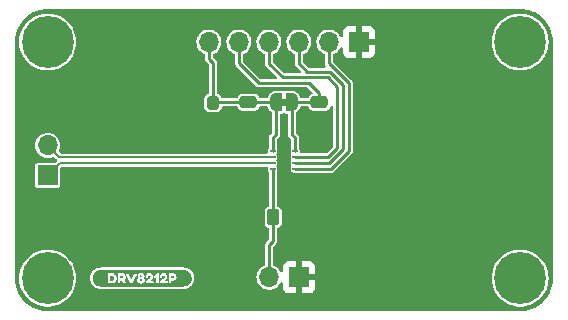
<source format=gtl>
%TF.GenerationSoftware,KiCad,Pcbnew,(6.0.0)*%
%TF.CreationDate,2023-02-05T21:46:31-06:00*%
%TF.ProjectId,drv8212p_eval,64727638-3231-4327-905f-6576616c2e6b,rev?*%
%TF.SameCoordinates,Original*%
%TF.FileFunction,Copper,L1,Top*%
%TF.FilePolarity,Positive*%
%FSLAX46Y46*%
G04 Gerber Fmt 4.6, Leading zero omitted, Abs format (unit mm)*
G04 Created by KiCad (PCBNEW (6.0.0)) date 2023-02-05 21:46:31*
%MOMM*%
%LPD*%
G01*
G04 APERTURE LIST*
G04 Aperture macros list*
%AMRoundRect*
0 Rectangle with rounded corners*
0 $1 Rounding radius*
0 $2 $3 $4 $5 $6 $7 $8 $9 X,Y pos of 4 corners*
0 Add a 4 corners polygon primitive as box body*
4,1,4,$2,$3,$4,$5,$6,$7,$8,$9,$2,$3,0*
0 Add four circle primitives for the rounded corners*
1,1,$1+$1,$2,$3*
1,1,$1+$1,$4,$5*
1,1,$1+$1,$6,$7*
1,1,$1+$1,$8,$9*
0 Add four rect primitives between the rounded corners*
20,1,$1+$1,$2,$3,$4,$5,0*
20,1,$1+$1,$4,$5,$6,$7,0*
20,1,$1+$1,$6,$7,$8,$9,0*
20,1,$1+$1,$8,$9,$2,$3,0*%
%AMFreePoly0*
4,1,22,0.500000,-0.750000,0.000000,-0.750000,0.000000,-0.745033,-0.079941,-0.743568,-0.215256,-0.701293,-0.333266,-0.622738,-0.424486,-0.514219,-0.481581,-0.384460,-0.499164,-0.250000,-0.500000,-0.250000,-0.500000,0.250000,-0.499164,0.250000,-0.499963,0.256109,-0.478152,0.396186,-0.417904,0.524511,-0.324060,0.630769,-0.204165,0.706417,-0.067858,0.745374,0.000000,0.744959,0.000000,0.750000,
0.500000,0.750000,0.500000,-0.750000,0.500000,-0.750000,$1*%
%AMFreePoly1*
4,1,20,0.000000,0.744959,0.073905,0.744508,0.209726,0.703889,0.328688,0.626782,0.421226,0.519385,0.479903,0.390333,0.500000,0.250000,0.500000,-0.250000,0.499851,-0.262216,0.476331,-0.402017,0.414519,-0.529596,0.319384,-0.634700,0.198574,-0.708877,0.061801,-0.746166,0.000000,-0.745033,0.000000,-0.750000,-0.500000,-0.750000,-0.500000,0.750000,0.000000,0.750000,0.000000,0.744959,
0.000000,0.744959,$1*%
G04 Aperture macros list end*
%TA.AperFunction,SMDPad,CuDef*%
%ADD10RoundRect,0.250000X-0.275000X0.312500X-0.275000X-0.312500X0.275000X-0.312500X0.275000X0.312500X0*%
%TD*%
%TA.AperFunction,ComponentPad*%
%ADD11O,1.700000X1.700000*%
%TD*%
%TA.AperFunction,ComponentPad*%
%ADD12R,1.700000X1.700000*%
%TD*%
%TA.AperFunction,SMDPad,CuDef*%
%ADD13FreePoly0,180.000000*%
%TD*%
%TA.AperFunction,SMDPad,CuDef*%
%ADD14FreePoly1,180.000000*%
%TD*%
%TA.AperFunction,ComponentPad*%
%ADD15C,4.400000*%
%TD*%
%TA.AperFunction,SMDPad,CuDef*%
%ADD16RoundRect,0.250000X-0.475000X0.250000X-0.475000X-0.250000X0.475000X-0.250000X0.475000X0.250000X0*%
%TD*%
%TA.AperFunction,SMDPad,CuDef*%
%ADD17RoundRect,0.050000X-0.400000X-0.750000X0.400000X-0.750000X0.400000X0.750000X-0.400000X0.750000X0*%
%TD*%
%TA.AperFunction,SMDPad,CuDef*%
%ADD18RoundRect,0.050000X-0.200000X-0.075000X0.200000X-0.075000X0.200000X0.075000X-0.200000X0.075000X0*%
%TD*%
%TA.AperFunction,SMDPad,CuDef*%
%ADD19RoundRect,0.250000X-0.262500X-0.450000X0.262500X-0.450000X0.262500X0.450000X-0.262500X0.450000X0*%
%TD*%
%TA.AperFunction,ViaPad*%
%ADD20C,0.560000*%
%TD*%
%TA.AperFunction,Conductor*%
%ADD21C,0.250000*%
%TD*%
%TA.AperFunction,Conductor*%
%ADD22C,0.200000*%
%TD*%
G04 APERTURE END LIST*
G36*
X130250000Y-75400000D02*
G01*
X129750000Y-75400000D01*
X129750000Y-74800000D01*
X130250000Y-74800000D01*
X130250000Y-75400000D01*
G37*
G36*
X116358128Y-89801761D02*
G01*
X116392656Y-89880938D01*
X116358128Y-89959519D01*
X116289072Y-89985713D01*
X116136672Y-89985713D01*
X116136672Y-89774972D01*
X116286691Y-89774972D01*
X116358128Y-89801761D01*
G37*
G36*
X115497455Y-89791194D02*
G01*
X115570530Y-89839861D01*
X115620982Y-89912638D01*
X115637800Y-90001191D01*
X115620536Y-90089446D01*
X115568744Y-90161330D01*
X115495520Y-90209104D01*
X115413962Y-90225028D01*
X115298472Y-90225028D01*
X115298472Y-89774972D01*
X115412772Y-89774972D01*
X115497455Y-89791194D01*
G37*
G36*
X117967853Y-89769614D02*
G01*
X117988094Y-89814263D01*
X117968448Y-89859506D01*
X117910108Y-89880938D01*
X117850577Y-89859506D01*
X117829741Y-89813667D01*
X117848791Y-89769019D01*
X117907727Y-89748778D01*
X117967853Y-89769614D01*
G37*
G36*
X117987498Y-90101203D02*
G01*
X118014287Y-90162520D01*
X117988094Y-90223838D01*
X117909512Y-90252413D01*
X117829741Y-90223838D01*
X117802356Y-90161925D01*
X117829741Y-90100608D01*
X117908917Y-90072628D01*
X117987498Y-90101203D01*
G37*
G36*
X120668191Y-89801761D02*
G01*
X120702719Y-89880938D01*
X120668191Y-89959519D01*
X120597944Y-89985713D01*
X120447925Y-89985713D01*
X120447925Y-89774972D01*
X120596753Y-89774972D01*
X120668191Y-89801761D01*
G37*
G36*
X114432523Y-90698296D02*
G01*
X114364409Y-90688193D01*
X114297613Y-90671461D01*
X114232779Y-90648263D01*
X114170532Y-90618822D01*
X114111469Y-90583421D01*
X114056161Y-90542402D01*
X114005140Y-90496159D01*
X113958897Y-90445138D01*
X113917877Y-90389830D01*
X113882477Y-90330767D01*
X113882021Y-90329803D01*
X115087731Y-90329803D01*
X115102019Y-90406003D01*
X115133570Y-90428327D01*
X115192506Y-90435769D01*
X115410391Y-90435769D01*
X115498088Y-90427658D01*
X115579013Y-90403324D01*
X115653166Y-90362769D01*
X115692289Y-90329803D01*
X115925931Y-90329803D01*
X115933075Y-90391716D01*
X115964627Y-90424755D01*
X116030706Y-90435769D01*
X116092023Y-90427732D01*
X116123575Y-90403622D01*
X116134886Y-90372070D01*
X116136672Y-90330994D01*
X116136672Y-90196453D01*
X116286691Y-90196453D01*
X116323600Y-90194072D01*
X116369902Y-90303742D01*
X116400858Y-90375576D01*
X116416469Y-90409575D01*
X116438495Y-90432792D01*
X116476595Y-90444103D01*
X116537912Y-90427434D01*
X116593277Y-90392906D01*
X116611731Y-90351234D01*
X116593872Y-90289322D01*
X116560534Y-90213519D01*
X116533547Y-90151209D01*
X116512909Y-90102394D01*
X116562519Y-90039158D01*
X116592284Y-89965340D01*
X116602206Y-89880938D01*
X116594467Y-89807119D01*
X116571250Y-89740444D01*
X116536127Y-89683889D01*
X116505766Y-89653528D01*
X116647450Y-89653528D01*
X116665309Y-89710678D01*
X116993922Y-90377428D01*
X117033808Y-90419695D01*
X117090362Y-90435769D01*
X117102269Y-90435769D01*
X117157633Y-90419695D01*
X117197519Y-90377428D01*
X117306078Y-90157163D01*
X117591616Y-90157163D01*
X117602397Y-90240903D01*
X117634743Y-90312738D01*
X117688652Y-90372666D01*
X117756186Y-90417645D01*
X117829410Y-90444632D01*
X117908322Y-90453628D01*
X117987234Y-90444566D01*
X118060457Y-90417380D01*
X118127992Y-90372070D01*
X118163754Y-90332184D01*
X118284559Y-90332184D01*
X118315516Y-90407194D01*
X118389334Y-90439341D01*
X118854869Y-90439341D01*
X118928687Y-90425053D01*
X118954286Y-90394097D01*
X118962025Y-90333970D01*
X118954881Y-90273248D01*
X118926902Y-90238720D01*
X118857250Y-90227409D01*
X118639366Y-90227409D01*
X118639366Y-90221456D01*
X118669131Y-90209550D01*
X118742950Y-90169366D01*
X118826294Y-90103584D01*
X118864989Y-90060722D01*
X118897731Y-90005953D01*
X118920055Y-89943445D01*
X118927497Y-89877366D01*
X118923310Y-89842838D01*
X118997744Y-89842838D01*
X119035248Y-89916656D01*
X119107281Y-89958328D01*
X119190625Y-89921419D01*
X119206103Y-89907131D01*
X119206103Y-90332184D01*
X119207889Y-90375642D01*
X119219200Y-90408384D01*
X119251049Y-90431602D01*
X119310878Y-90439341D01*
X119372195Y-90431304D01*
X119403747Y-90407194D01*
X119415058Y-90375642D01*
X119416844Y-90334566D01*
X119416844Y-90332184D01*
X119494234Y-90332184D01*
X119525191Y-90407194D01*
X119599009Y-90439341D01*
X120064544Y-90439341D01*
X120138362Y-90425053D01*
X120163961Y-90394097D01*
X120171700Y-90333970D01*
X120171210Y-90329803D01*
X120237184Y-90329803D01*
X120244328Y-90391716D01*
X120275880Y-90424755D01*
X120341959Y-90435769D01*
X120403277Y-90427732D01*
X120434828Y-90403622D01*
X120446139Y-90372070D01*
X120447925Y-90330994D01*
X120447925Y-90196453D01*
X120596753Y-90196453D01*
X120666603Y-90187986D01*
X120734866Y-90162586D01*
X120801541Y-90120253D01*
X120845891Y-90076944D01*
X120881312Y-90020836D01*
X120904530Y-89954607D01*
X120912269Y-89880938D01*
X120904530Y-89807119D01*
X120881312Y-89740444D01*
X120845891Y-89683889D01*
X120801541Y-89640431D01*
X120734998Y-89598098D01*
X120667132Y-89572698D01*
X120597944Y-89564231D01*
X120343150Y-89564231D01*
X120281833Y-89572268D01*
X120250281Y-89596378D01*
X120238970Y-89627930D01*
X120237184Y-89669006D01*
X120237184Y-90329803D01*
X120171210Y-90329803D01*
X120164556Y-90273248D01*
X120136577Y-90238720D01*
X120066925Y-90227409D01*
X119849041Y-90227409D01*
X119849041Y-90221456D01*
X119878806Y-90209550D01*
X119952625Y-90169366D01*
X120035969Y-90103584D01*
X120074664Y-90060722D01*
X120107406Y-90005953D01*
X120129730Y-89943445D01*
X120137172Y-89877366D01*
X120127250Y-89795543D01*
X120097484Y-89719939D01*
X120047875Y-89650552D01*
X119982324Y-89595320D01*
X119904735Y-89562181D01*
X119815108Y-89551134D01*
X119725546Y-89562048D01*
X119648156Y-89594791D01*
X119582936Y-89649361D01*
X119533657Y-89717690D01*
X119504090Y-89791707D01*
X119494234Y-89871413D01*
X119500187Y-89932134D01*
X119532632Y-89966067D01*
X119599009Y-89977378D01*
X119659731Y-89970234D01*
X119691878Y-89948803D01*
X119703189Y-89919038D01*
X119704975Y-89879747D01*
X119704975Y-89872603D01*
X119709737Y-89845219D01*
X119741289Y-89789855D01*
X119807369Y-89761875D01*
X119866900Y-89772591D01*
X119898452Y-89795808D01*
X119916906Y-89827955D01*
X119925241Y-89858316D01*
X119914079Y-89910405D01*
X119880592Y-89959519D01*
X119831330Y-90004614D01*
X119772841Y-90044648D01*
X119709737Y-90082451D01*
X119646634Y-90120848D01*
X119588145Y-90163413D01*
X119538883Y-90213717D01*
X119505396Y-90270421D01*
X119494234Y-90332184D01*
X119416844Y-90332184D01*
X119416844Y-89671388D01*
X119410891Y-89608284D01*
X119394222Y-89582686D01*
X119363266Y-89568994D01*
X119306711Y-89563041D01*
X119239441Y-89593997D01*
X119235869Y-89596378D01*
X119040606Y-89772591D01*
X118997744Y-89842838D01*
X118923310Y-89842838D01*
X118917575Y-89795543D01*
X118887809Y-89719939D01*
X118838200Y-89650552D01*
X118772649Y-89595320D01*
X118695060Y-89562181D01*
X118605433Y-89551134D01*
X118515871Y-89562048D01*
X118438481Y-89594791D01*
X118373261Y-89649361D01*
X118323982Y-89717690D01*
X118294415Y-89791707D01*
X118284559Y-89871413D01*
X118290512Y-89932134D01*
X118322957Y-89966067D01*
X118389334Y-89977378D01*
X118450056Y-89970234D01*
X118482203Y-89948803D01*
X118493514Y-89919038D01*
X118495300Y-89879747D01*
X118495300Y-89872603D01*
X118500062Y-89845219D01*
X118531614Y-89789855D01*
X118597694Y-89761875D01*
X118657225Y-89772591D01*
X118688777Y-89795808D01*
X118707231Y-89827955D01*
X118715566Y-89858316D01*
X118704404Y-89910405D01*
X118670917Y-89959519D01*
X118621655Y-90004614D01*
X118563166Y-90044648D01*
X118500062Y-90082451D01*
X118436959Y-90120848D01*
X118378470Y-90163413D01*
X118329208Y-90213717D01*
X118295721Y-90270421D01*
X118284559Y-90332184D01*
X118163754Y-90332184D01*
X118181901Y-90311944D01*
X118214246Y-90240308D01*
X118225028Y-90157163D01*
X118218331Y-90107454D01*
X118198239Y-90058341D01*
X118155377Y-89993452D01*
X118128587Y-89969044D01*
X118146447Y-89949994D01*
X118181570Y-89894034D01*
X118198834Y-89821406D01*
X118189309Y-89746000D01*
X118160734Y-89680119D01*
X118113109Y-89623763D01*
X118052520Y-89580768D01*
X117985051Y-89554971D01*
X117910703Y-89546372D01*
X117836091Y-89554839D01*
X117767828Y-89580239D01*
X117705916Y-89622572D01*
X117656968Y-89677870D01*
X117627599Y-89742164D01*
X117617809Y-89815453D01*
X117637455Y-89898202D01*
X117669006Y-89949994D01*
X117689247Y-89969044D01*
X117664244Y-89991666D01*
X117616023Y-90060127D01*
X117597718Y-90107900D01*
X117591616Y-90157163D01*
X117306078Y-90157163D01*
X117526131Y-89710678D01*
X117543991Y-89653528D01*
X117526429Y-89613642D01*
X117473744Y-89577328D01*
X117403497Y-89557088D01*
X117351109Y-89589234D01*
X117334441Y-89624953D01*
X117096316Y-90146447D01*
X117083368Y-90118914D01*
X117054048Y-90055364D01*
X117015353Y-89971276D01*
X116974277Y-89882128D01*
X116933349Y-89792980D01*
X116895100Y-89708892D01*
X116865186Y-89643408D01*
X116849261Y-89610070D01*
X116829616Y-89578519D01*
X116809375Y-89561850D01*
X116777823Y-89557088D01*
X116717697Y-89577328D01*
X116665012Y-89613642D01*
X116647450Y-89653528D01*
X116505766Y-89653528D01*
X116492669Y-89640431D01*
X116426126Y-89598098D01*
X116358260Y-89572698D01*
X116289072Y-89564231D01*
X116031897Y-89564231D01*
X115970580Y-89572268D01*
X115939028Y-89596378D01*
X115927717Y-89627930D01*
X115925931Y-89669006D01*
X115925931Y-90329803D01*
X115692289Y-90329803D01*
X115720548Y-90305991D01*
X115776545Y-90237865D01*
X115816543Y-90163264D01*
X115840541Y-90082190D01*
X115848541Y-89994642D01*
X115840355Y-89907429D01*
X115815798Y-89827359D01*
X115774871Y-89754434D01*
X115717572Y-89688652D01*
X115649483Y-89634218D01*
X115576185Y-89595336D01*
X115497678Y-89572008D01*
X115413962Y-89564231D01*
X115193697Y-89563041D01*
X115132380Y-89571077D01*
X115100828Y-89595188D01*
X115089517Y-89626144D01*
X115087731Y-89667816D01*
X115087731Y-90329803D01*
X113882021Y-90329803D01*
X113853036Y-90268519D01*
X113829838Y-90203685D01*
X113813106Y-90136890D01*
X113803003Y-90068776D01*
X113799624Y-90000000D01*
X113803003Y-89931224D01*
X113813106Y-89863110D01*
X113829838Y-89796315D01*
X113853036Y-89731481D01*
X113882477Y-89669233D01*
X113917877Y-89610170D01*
X113958897Y-89554862D01*
X114005140Y-89503841D01*
X114056161Y-89457598D01*
X114111469Y-89416579D01*
X114170532Y-89381178D01*
X114232779Y-89351737D01*
X114297613Y-89328539D01*
X114364409Y-89311807D01*
X114432523Y-89301704D01*
X114501299Y-89298325D01*
X121498701Y-89298325D01*
X121567477Y-89301704D01*
X121635591Y-89311807D01*
X121702387Y-89328539D01*
X121767221Y-89351737D01*
X121829468Y-89381178D01*
X121888531Y-89416579D01*
X121943839Y-89457598D01*
X121994860Y-89503841D01*
X122041103Y-89554862D01*
X122082123Y-89610170D01*
X122117523Y-89669233D01*
X122146964Y-89731481D01*
X122170162Y-89796314D01*
X122186894Y-89863110D01*
X122196997Y-89931224D01*
X122200376Y-90000000D01*
X122196997Y-90068776D01*
X122186894Y-90136890D01*
X122170162Y-90203686D01*
X122146964Y-90268519D01*
X122117523Y-90330767D01*
X122082123Y-90389830D01*
X122041103Y-90445138D01*
X121994860Y-90496159D01*
X121943839Y-90542402D01*
X121888531Y-90583421D01*
X121829468Y-90618822D01*
X121767221Y-90648263D01*
X121702387Y-90671461D01*
X121635591Y-90688193D01*
X121567477Y-90698296D01*
X121498701Y-90701675D01*
X114501299Y-90701675D01*
X114432523Y-90698296D01*
G37*
D10*
X124000000Y-75162500D03*
X124000000Y-76937500D03*
D11*
X128732200Y-89916000D03*
D12*
X131272200Y-89916000D03*
D13*
X130650000Y-75100000D03*
D14*
X129350000Y-75100000D03*
D15*
X110000000Y-70000000D03*
D12*
X136350000Y-70000000D03*
D11*
X133810000Y-70000000D03*
X131270000Y-70000000D03*
X128730000Y-70000000D03*
X126190000Y-70000000D03*
X123650000Y-70000000D03*
D12*
X110000000Y-81300000D03*
D11*
X110000000Y-78760000D03*
D15*
X150000000Y-90000000D03*
D16*
X133000000Y-75100000D03*
X133000000Y-77000000D03*
D15*
X150000000Y-70000000D03*
D16*
X127000000Y-75100000D03*
X127000000Y-77000000D03*
D17*
X130000000Y-80000000D03*
D18*
X129050000Y-79250000D03*
X129050000Y-79750000D03*
X129050000Y-80250000D03*
X129050000Y-80750000D03*
X130950000Y-80750000D03*
X130950000Y-80250000D03*
X130950000Y-79750000D03*
X130950000Y-79250000D03*
D15*
X110000000Y-90000000D03*
D19*
X130909700Y-84836000D03*
X129084700Y-84836000D03*
D20*
X130000000Y-79500000D03*
X130000000Y-80500000D03*
X133000000Y-77000000D03*
X130000000Y-78400000D03*
D21*
X129082800Y-86868000D02*
X128732200Y-87218600D01*
X129084700Y-84836000D02*
X129082800Y-84837900D01*
X129082800Y-84837900D02*
X129082800Y-86868000D01*
X128732200Y-87218600D02*
X128732200Y-89916000D01*
X129050000Y-84801300D02*
X129084700Y-84836000D01*
X129050000Y-80750000D02*
X129050000Y-84801300D01*
X129050000Y-78100000D02*
X129050000Y-79250000D01*
X127000000Y-75100000D02*
X129350000Y-75100000D01*
X124000000Y-75100000D02*
X127000000Y-75100000D01*
X129350000Y-77800000D02*
X129050000Y-78100000D01*
X123650000Y-71400000D02*
X124000000Y-71750000D01*
X129350000Y-75100000D02*
X129350000Y-77800000D01*
X124000000Y-71750000D02*
X124000000Y-75100000D01*
X123650000Y-70000000D02*
X123650000Y-71400000D01*
X133000000Y-74350000D02*
X133000000Y-75100000D01*
X132150000Y-73500000D02*
X133000000Y-74350000D01*
X127890000Y-73500000D02*
X132150000Y-73500000D01*
X133000000Y-75100000D02*
X130650000Y-75100000D01*
X126190000Y-70000000D02*
X126190000Y-71800000D01*
X130950000Y-78100000D02*
X130950000Y-79250000D01*
X130650000Y-77800000D02*
X130950000Y-78100000D01*
X126190000Y-71800000D02*
X127890000Y-73500000D01*
X130650000Y-75100000D02*
X130650000Y-77800000D01*
X131270000Y-70000000D02*
X131270000Y-71820000D01*
X133850000Y-80250000D02*
X130950000Y-80250000D01*
X133864282Y-72500000D02*
X135000000Y-73635718D01*
X135000000Y-79100000D02*
X133850000Y-80250000D01*
X131270000Y-71820000D02*
X131950000Y-72500000D01*
X135000000Y-73635718D02*
X135000000Y-79100000D01*
X131950000Y-72500000D02*
X133864282Y-72500000D01*
X133810000Y-70000000D02*
X133810000Y-71810000D01*
X135500000Y-73500000D02*
X135500000Y-79250000D01*
X135500000Y-79250000D02*
X134000000Y-80750000D01*
X134000000Y-80750000D02*
X130950000Y-80750000D01*
X133810000Y-71810000D02*
X135500000Y-73500000D01*
X134500000Y-73771436D02*
X134500000Y-78964282D01*
X133714282Y-79750000D02*
X130950000Y-79750000D01*
X128730000Y-70000000D02*
X128730000Y-71830000D01*
X134500000Y-78964282D02*
X133714282Y-79750000D01*
X129900000Y-73000000D02*
X133728564Y-73000000D01*
X133728564Y-73000000D02*
X134500000Y-73771436D01*
X128730000Y-71830000D02*
X129900000Y-73000000D01*
D22*
X111050000Y-80250000D02*
X110000000Y-81300000D01*
X129050000Y-80250000D02*
X111050000Y-80250000D01*
X110990000Y-79750000D02*
X110000000Y-78760000D01*
X129050000Y-79750000D02*
X110990000Y-79750000D01*
%TA.AperFunction,Conductor*%
G36*
X149981102Y-67210161D02*
G01*
X149985800Y-67210169D01*
X149999628Y-67213349D01*
X150013468Y-67210217D01*
X150027656Y-67210242D01*
X150027655Y-67210757D01*
X150036279Y-67210038D01*
X150206584Y-67219602D01*
X150305544Y-67225159D01*
X150319577Y-67226740D01*
X150466942Y-67251779D01*
X150614302Y-67276816D01*
X150628077Y-67279960D01*
X150716678Y-67305485D01*
X150915349Y-67362722D01*
X150928670Y-67367383D01*
X151204870Y-67481789D01*
X151217596Y-67487918D01*
X151479236Y-67632521D01*
X151491201Y-67640039D01*
X151735014Y-67813035D01*
X151746060Y-67821844D01*
X151968965Y-68021043D01*
X151978957Y-68031035D01*
X152178156Y-68253940D01*
X152186965Y-68264986D01*
X152359961Y-68508799D01*
X152367479Y-68520764D01*
X152512082Y-68782404D01*
X152518211Y-68795130D01*
X152632617Y-69071330D01*
X152637278Y-69084651D01*
X152648080Y-69122145D01*
X152720040Y-69371923D01*
X152723184Y-69385698D01*
X152736301Y-69462900D01*
X152757492Y-69587618D01*
X152773259Y-69680419D01*
X152774841Y-69694456D01*
X152780398Y-69793408D01*
X152789930Y-69963144D01*
X152789209Y-69971611D01*
X152789856Y-69971612D01*
X152789831Y-69985797D01*
X152786651Y-69999628D01*
X152789783Y-70013469D01*
X152789776Y-70017438D01*
X152792000Y-70037344D01*
X152792000Y-89962067D01*
X152789839Y-89981102D01*
X152789831Y-89985800D01*
X152786651Y-89999628D01*
X152789783Y-90013468D01*
X152789758Y-90027656D01*
X152789243Y-90027655D01*
X152789962Y-90036279D01*
X152783340Y-90154192D01*
X152775493Y-90293937D01*
X152774841Y-90305540D01*
X152773260Y-90319577D01*
X152753731Y-90434517D01*
X152723184Y-90614302D01*
X152720040Y-90628077D01*
X152702188Y-90690043D01*
X152637278Y-90915349D01*
X152632617Y-90928670D01*
X152518213Y-91204866D01*
X152512082Y-91217596D01*
X152367479Y-91479236D01*
X152359961Y-91491201D01*
X152186965Y-91735014D01*
X152178156Y-91746060D01*
X151978957Y-91968965D01*
X151968965Y-91978957D01*
X151746060Y-92178156D01*
X151735014Y-92186965D01*
X151491201Y-92359961D01*
X151479236Y-92367479D01*
X151217596Y-92512082D01*
X151204870Y-92518211D01*
X150928670Y-92632617D01*
X150915349Y-92637278D01*
X150716678Y-92694515D01*
X150628077Y-92720040D01*
X150614302Y-92723184D01*
X150466941Y-92748222D01*
X150319577Y-92773260D01*
X150305544Y-92774841D01*
X150036855Y-92789930D01*
X150028389Y-92789209D01*
X150028388Y-92789856D01*
X150014203Y-92789831D01*
X150000372Y-92786651D01*
X149986531Y-92789783D01*
X149982562Y-92789776D01*
X149962656Y-92792000D01*
X110037933Y-92792000D01*
X110018898Y-92789839D01*
X110014200Y-92789831D01*
X110000372Y-92786651D01*
X109986532Y-92789783D01*
X109972344Y-92789758D01*
X109972345Y-92789243D01*
X109963721Y-92789962D01*
X109793416Y-92780398D01*
X109694456Y-92774841D01*
X109680423Y-92773260D01*
X109533059Y-92748222D01*
X109385698Y-92723184D01*
X109371923Y-92720040D01*
X109283322Y-92694515D01*
X109084651Y-92637278D01*
X109071330Y-92632617D01*
X108795130Y-92518211D01*
X108782404Y-92512082D01*
X108520764Y-92367479D01*
X108508799Y-92359961D01*
X108264986Y-92186965D01*
X108253940Y-92178156D01*
X108031035Y-91978957D01*
X108021043Y-91968965D01*
X107821844Y-91746060D01*
X107813035Y-91735014D01*
X107640039Y-91491201D01*
X107632521Y-91479236D01*
X107487918Y-91217596D01*
X107481787Y-91204866D01*
X107367383Y-90928670D01*
X107362722Y-90915349D01*
X107297812Y-90690043D01*
X107279960Y-90628077D01*
X107276816Y-90614302D01*
X107246269Y-90434517D01*
X107226740Y-90319577D01*
X107225159Y-90305540D01*
X107224508Y-90293937D01*
X107210070Y-90036855D01*
X107210791Y-90028389D01*
X107210144Y-90028388D01*
X107210169Y-90014203D01*
X107213349Y-90000372D01*
X107213265Y-90000000D01*
X107586738Y-90000000D01*
X107605767Y-90302462D01*
X107662555Y-90600154D01*
X107693535Y-90695501D01*
X107754655Y-90883606D01*
X107756206Y-90888381D01*
X107757893Y-90891967D01*
X107757895Y-90891971D01*
X107766654Y-90910584D01*
X107885242Y-91162598D01*
X108047630Y-91418480D01*
X108240808Y-91651992D01*
X108461729Y-91859450D01*
X108706910Y-92037584D01*
X108972483Y-92183585D01*
X108976152Y-92185038D01*
X108976157Y-92185040D01*
X109250591Y-92293696D01*
X109254261Y-92295149D01*
X109547800Y-92370516D01*
X109848470Y-92408500D01*
X110151530Y-92408500D01*
X110452200Y-92370516D01*
X110745739Y-92295149D01*
X110749409Y-92293696D01*
X111023843Y-92185040D01*
X111023848Y-92185038D01*
X111027517Y-92183585D01*
X111293090Y-92037584D01*
X111538271Y-91859450D01*
X111759192Y-91651992D01*
X111952370Y-91418480D01*
X112114758Y-91162598D01*
X112233346Y-90910584D01*
X112242105Y-90891971D01*
X112242107Y-90891967D01*
X112243794Y-90888381D01*
X112245346Y-90883606D01*
X112306465Y-90695501D01*
X112337445Y-90600154D01*
X112394233Y-90302462D01*
X112413262Y-90000000D01*
X112412419Y-89986602D01*
X113590715Y-89986602D01*
X113591065Y-89993723D01*
X113591070Y-89993827D01*
X113591070Y-90006129D01*
X113591071Y-90006147D01*
X113590724Y-90013214D01*
X113591957Y-90020181D01*
X113592338Y-90026220D01*
X113592911Y-90031309D01*
X113594202Y-90057586D01*
X113594130Y-90062451D01*
X113594348Y-90068813D01*
X113593787Y-90075916D01*
X113594832Y-90082962D01*
X113594846Y-90083056D01*
X113596054Y-90095328D01*
X113596057Y-90095347D01*
X113596404Y-90102404D01*
X113598313Y-90109211D01*
X113599288Y-90115204D01*
X113600357Y-90120211D01*
X113604214Y-90146223D01*
X113604621Y-90151088D01*
X113605459Y-90157379D01*
X113605597Y-90164507D01*
X113607329Y-90171421D01*
X113607329Y-90171422D01*
X113607355Y-90171526D01*
X113609752Y-90183576D01*
X113609758Y-90183598D01*
X113610797Y-90190603D01*
X113613367Y-90197198D01*
X113614921Y-90203055D01*
X113616475Y-90207931D01*
X113622865Y-90233441D01*
X113623747Y-90238245D01*
X113625199Y-90244429D01*
X113626035Y-90251507D01*
X113628436Y-90258217D01*
X113628436Y-90258218D01*
X113628471Y-90258315D01*
X113632043Y-90270090D01*
X113632051Y-90270111D01*
X113633770Y-90276973D01*
X113636971Y-90283280D01*
X113639086Y-90288940D01*
X113641113Y-90293647D01*
X113649979Y-90318425D01*
X113651330Y-90323129D01*
X113653377Y-90329130D01*
X113654902Y-90336086D01*
X113657946Y-90342522D01*
X113657949Y-90342531D01*
X113657993Y-90342623D01*
X113662701Y-90353990D01*
X113662715Y-90354018D01*
X113665095Y-90360670D01*
X113668896Y-90366628D01*
X113671566Y-90372074D01*
X113674044Y-90376558D01*
X113685286Y-90400328D01*
X113687091Y-90404875D01*
X113689719Y-90410651D01*
X113691919Y-90417427D01*
X113695627Y-90423614D01*
X113695629Y-90423617D01*
X113701443Y-90434494D01*
X113701452Y-90434508D01*
X113704473Y-90440896D01*
X113708841Y-90446454D01*
X113712016Y-90451588D01*
X113714927Y-90455816D01*
X113728464Y-90478401D01*
X113730702Y-90482743D01*
X113733878Y-90488224D01*
X113736733Y-90494755D01*
X113740977Y-90500477D01*
X113741038Y-90500559D01*
X113747876Y-90510793D01*
X113747887Y-90510807D01*
X113751523Y-90516874D01*
X113756416Y-90521978D01*
X113760093Y-90526794D01*
X113763396Y-90530705D01*
X113765668Y-90533768D01*
X113779072Y-90551842D01*
X113781724Y-90555941D01*
X113785428Y-90561094D01*
X113788909Y-90567312D01*
X113793694Y-90572592D01*
X113793695Y-90572593D01*
X113793764Y-90572669D01*
X113801579Y-90582191D01*
X113801585Y-90582197D01*
X113805799Y-90587879D01*
X113811168Y-90592478D01*
X113815295Y-90596906D01*
X113818976Y-90600486D01*
X113836633Y-90619967D01*
X113839663Y-90623773D01*
X113843868Y-90628554D01*
X113847944Y-90634405D01*
X113853304Y-90639263D01*
X113862000Y-90647959D01*
X113862017Y-90647974D01*
X113866770Y-90653218D01*
X113872571Y-90657274D01*
X113877124Y-90661286D01*
X113881112Y-90664467D01*
X113884896Y-90667896D01*
X113900611Y-90682140D01*
X113903999Y-90685630D01*
X113908642Y-90689965D01*
X113913274Y-90695391D01*
X113919079Y-90699696D01*
X113928584Y-90707498D01*
X113928610Y-90707517D01*
X113933851Y-90712267D01*
X113940018Y-90715733D01*
X113944928Y-90719269D01*
X113949229Y-90722057D01*
X113970353Y-90737723D01*
X113974081Y-90740877D01*
X113979127Y-90744737D01*
X113984265Y-90749679D01*
X113990380Y-90753344D01*
X113990466Y-90753396D01*
X114000697Y-90760232D01*
X114000723Y-90760247D01*
X114006399Y-90764457D01*
X114012873Y-90767301D01*
X114018099Y-90770335D01*
X114022659Y-90772692D01*
X114045217Y-90786212D01*
X114049212Y-90788967D01*
X114054630Y-90792325D01*
X114060236Y-90796747D01*
X114066763Y-90799834D01*
X114066773Y-90799839D01*
X114077632Y-90805643D01*
X114077646Y-90805649D01*
X114083712Y-90809285D01*
X114090436Y-90811481D01*
X114095937Y-90813990D01*
X114100696Y-90815884D01*
X114124479Y-90827132D01*
X114128753Y-90829499D01*
X114134455Y-90832300D01*
X114140454Y-90836142D01*
X114147164Y-90838543D01*
X114147166Y-90838544D01*
X114147264Y-90838579D01*
X114158637Y-90843290D01*
X114158654Y-90843296D01*
X114165044Y-90846318D01*
X114171949Y-90847844D01*
X114177688Y-90849807D01*
X114182603Y-90851224D01*
X114207362Y-90860083D01*
X114211841Y-90862017D01*
X114217799Y-90864249D01*
X114224147Y-90867485D01*
X114231165Y-90869243D01*
X114242932Y-90872813D01*
X114242960Y-90872820D01*
X114249618Y-90875202D01*
X114256642Y-90876045D01*
X114262528Y-90877432D01*
X114267568Y-90878362D01*
X114293083Y-90884753D01*
X114297750Y-90886245D01*
X114303882Y-90887878D01*
X114310514Y-90890475D01*
X114317640Y-90891532D01*
X114317661Y-90891535D01*
X114329718Y-90893933D01*
X114329748Y-90893937D01*
X114336614Y-90895657D01*
X114343684Y-90895806D01*
X114349674Y-90896610D01*
X114354786Y-90897041D01*
X114380817Y-90900902D01*
X114385576Y-90901923D01*
X114391851Y-90902949D01*
X114398712Y-90904886D01*
X114405935Y-90905241D01*
X114418184Y-90906447D01*
X114418205Y-90906448D01*
X114425200Y-90907485D01*
X114432249Y-90906941D01*
X114438316Y-90907154D01*
X114443413Y-90907082D01*
X114472079Y-90908491D01*
X114472752Y-90908545D01*
X114477666Y-90909675D01*
X114493104Y-90909675D01*
X114499286Y-90909827D01*
X114507447Y-90910228D01*
X114507448Y-90910228D01*
X114514513Y-90910575D01*
X114519471Y-90909697D01*
X114520183Y-90909675D01*
X115403921Y-90909675D01*
X115457337Y-90909722D01*
X115457658Y-90909722D01*
X115457756Y-90909675D01*
X116470125Y-90909675D01*
X116523541Y-90909722D01*
X116523862Y-90909722D01*
X116523960Y-90909675D01*
X117095799Y-90909675D01*
X117149215Y-90909722D01*
X117149536Y-90909722D01*
X117149634Y-90909675D01*
X117901852Y-90909675D01*
X117955268Y-90909722D01*
X117955589Y-90909722D01*
X117955687Y-90909675D01*
X118848399Y-90909675D01*
X118901815Y-90909722D01*
X118902136Y-90909722D01*
X118902234Y-90909675D01*
X119304408Y-90909675D01*
X119357824Y-90909722D01*
X119358145Y-90909722D01*
X119358243Y-90909675D01*
X120058074Y-90909675D01*
X120111490Y-90909722D01*
X120111811Y-90909722D01*
X120111909Y-90909675D01*
X120335489Y-90909675D01*
X120388905Y-90909722D01*
X120389226Y-90909722D01*
X120389324Y-90909675D01*
X121479658Y-90909675D01*
X121480341Y-90909697D01*
X121485303Y-90910584D01*
X121500712Y-90909827D01*
X121506895Y-90909675D01*
X121522150Y-90909675D01*
X121527057Y-90908555D01*
X121527777Y-90908497D01*
X121556289Y-90907097D01*
X121561158Y-90907169D01*
X121567515Y-90906951D01*
X121574617Y-90907512D01*
X121581762Y-90906453D01*
X121594029Y-90905245D01*
X121594048Y-90905242D01*
X121601105Y-90904895D01*
X121607909Y-90902987D01*
X121613908Y-90902011D01*
X121618913Y-90900942D01*
X121644926Y-90897085D01*
X121649787Y-90896679D01*
X121656084Y-90895840D01*
X121663208Y-90895702D01*
X121670225Y-90893944D01*
X121682277Y-90891547D01*
X121682299Y-90891541D01*
X121689304Y-90890502D01*
X121695898Y-90887932D01*
X121701760Y-90886377D01*
X121706633Y-90884824D01*
X121732144Y-90878434D01*
X121736946Y-90877552D01*
X121743128Y-90876101D01*
X121750209Y-90875264D01*
X121757017Y-90872828D01*
X121768779Y-90869260D01*
X121768810Y-90869249D01*
X121775675Y-90867529D01*
X121781987Y-90864325D01*
X121787665Y-90862203D01*
X121792361Y-90860181D01*
X121817111Y-90851325D01*
X121821809Y-90849976D01*
X121827831Y-90847922D01*
X121834789Y-90846397D01*
X121841331Y-90843303D01*
X121852691Y-90838598D01*
X121852715Y-90838586D01*
X121859372Y-90836204D01*
X121865333Y-90832401D01*
X121870778Y-90829732D01*
X121875247Y-90827262D01*
X121899044Y-90816007D01*
X121903580Y-90814207D01*
X121909353Y-90811580D01*
X121916131Y-90809379D01*
X121922323Y-90805667D01*
X121933196Y-90799855D01*
X121933205Y-90799849D01*
X121939598Y-90796826D01*
X121945154Y-90792459D01*
X121950294Y-90789281D01*
X121954531Y-90786363D01*
X121956139Y-90785399D01*
X121977088Y-90772843D01*
X121981435Y-90770602D01*
X121986924Y-90767422D01*
X121993454Y-90764567D01*
X121999268Y-90760256D01*
X122009491Y-90753425D01*
X122009515Y-90753407D01*
X122015577Y-90749773D01*
X122020679Y-90744882D01*
X122025500Y-90741201D01*
X122029405Y-90737903D01*
X122050544Y-90722227D01*
X122054642Y-90719575D01*
X122059796Y-90715870D01*
X122066013Y-90712390D01*
X122071292Y-90707606D01*
X122071300Y-90707600D01*
X122071370Y-90707536D01*
X122080893Y-90699720D01*
X122080902Y-90699712D01*
X122086579Y-90695501D01*
X122091176Y-90690136D01*
X122095597Y-90686015D01*
X122099190Y-90682320D01*
X122118666Y-90664668D01*
X122122473Y-90661637D01*
X122127255Y-90657430D01*
X122133106Y-90653355D01*
X122137964Y-90647995D01*
X122146660Y-90639299D01*
X122146675Y-90639282D01*
X122151919Y-90634529D01*
X122155976Y-90628727D01*
X122159991Y-90624170D01*
X122163168Y-90620187D01*
X122180834Y-90600696D01*
X122184341Y-90597293D01*
X122188676Y-90592651D01*
X122194091Y-90588027D01*
X122198405Y-90582211D01*
X122206202Y-90572711D01*
X122206218Y-90572689D01*
X122210968Y-90567448D01*
X122214436Y-90561278D01*
X122217979Y-90556358D01*
X122220750Y-90552081D01*
X122236433Y-90530936D01*
X122239585Y-90527211D01*
X122243445Y-90522165D01*
X122248382Y-90517032D01*
X122252045Y-90510921D01*
X122252047Y-90510918D01*
X122252093Y-90510841D01*
X122258927Y-90500614D01*
X122258944Y-90500585D01*
X122263158Y-90494903D01*
X122266004Y-90488424D01*
X122269043Y-90483188D01*
X122271393Y-90478640D01*
X122284917Y-90456076D01*
X122287694Y-90452051D01*
X122291040Y-90446652D01*
X122295449Y-90441062D01*
X122298492Y-90434628D01*
X122298496Y-90434622D01*
X122298545Y-90434517D01*
X122304336Y-90423684D01*
X122304350Y-90423654D01*
X122307987Y-90417585D01*
X122310183Y-90410861D01*
X122312703Y-90405334D01*
X122314588Y-90400595D01*
X122325838Y-90376810D01*
X122328201Y-90372543D01*
X122331000Y-90366847D01*
X122334843Y-90360845D01*
X122337243Y-90354137D01*
X122337246Y-90354132D01*
X122337277Y-90354045D01*
X122341991Y-90342662D01*
X122341996Y-90342647D01*
X122345020Y-90336253D01*
X122346547Y-90329343D01*
X122348510Y-90323604D01*
X122349927Y-90318690D01*
X122358784Y-90293937D01*
X122360715Y-90289462D01*
X122362948Y-90283504D01*
X122366186Y-90277152D01*
X122367917Y-90270243D01*
X122367919Y-90270236D01*
X122367943Y-90270138D01*
X122371514Y-90258367D01*
X122371520Y-90258341D01*
X122373903Y-90251682D01*
X122374746Y-90244657D01*
X122376136Y-90238758D01*
X122377063Y-90233731D01*
X122383456Y-90208211D01*
X122384944Y-90203553D01*
X122386577Y-90197423D01*
X122389176Y-90190785D01*
X122390236Y-90183638D01*
X122392634Y-90171581D01*
X122392638Y-90171551D01*
X122394358Y-90164685D01*
X122394507Y-90157615D01*
X122395311Y-90151625D01*
X122395742Y-90146513D01*
X122399603Y-90120482D01*
X122400624Y-90115723D01*
X122401650Y-90109448D01*
X122403587Y-90102587D01*
X122403942Y-90095364D01*
X122405148Y-90083115D01*
X122405149Y-90083094D01*
X122406186Y-90076099D01*
X122405642Y-90069051D01*
X122405855Y-90062989D01*
X122405783Y-90057878D01*
X122405798Y-90057586D01*
X122407074Y-90031602D01*
X122407624Y-90026756D01*
X122408030Y-90020419D01*
X122409285Y-90013398D01*
X122408930Y-90006170D01*
X122408930Y-89993871D01*
X122408929Y-89993853D01*
X122409276Y-89986786D01*
X122408043Y-89979819D01*
X122407662Y-89973780D01*
X122407089Y-89968691D01*
X122405798Y-89942413D01*
X122405870Y-89937547D01*
X122405652Y-89931187D01*
X122406213Y-89924083D01*
X122405154Y-89916938D01*
X122403946Y-89904680D01*
X122403943Y-89904665D01*
X122403596Y-89897596D01*
X122401686Y-89890783D01*
X122400715Y-89884813D01*
X122399645Y-89879796D01*
X122395787Y-89853787D01*
X122395379Y-89848914D01*
X122394541Y-89842623D01*
X122394403Y-89835494D01*
X122392648Y-89828488D01*
X122390250Y-89816427D01*
X122390240Y-89816390D01*
X122389203Y-89809397D01*
X122386635Y-89802805D01*
X122385088Y-89796976D01*
X122383527Y-89792076D01*
X122377135Y-89766562D01*
X122376254Y-89761760D01*
X122374801Y-89755570D01*
X122373965Y-89748491D01*
X122371524Y-89741668D01*
X122367960Y-89729920D01*
X122367950Y-89729894D01*
X122366230Y-89723027D01*
X122363027Y-89716717D01*
X122360904Y-89711035D01*
X122358885Y-89706347D01*
X122350024Y-89681583D01*
X122348678Y-89676896D01*
X122346623Y-89670872D01*
X122345098Y-89663914D01*
X122342052Y-89657473D01*
X122342050Y-89657467D01*
X122342007Y-89657377D01*
X122337297Y-89646007D01*
X122337289Y-89645991D01*
X122334905Y-89639329D01*
X122331098Y-89633362D01*
X122328428Y-89627915D01*
X122325956Y-89623442D01*
X122325838Y-89623191D01*
X122320734Y-89612400D01*
X122314713Y-89599669D01*
X122312914Y-89595137D01*
X122310281Y-89589350D01*
X122308081Y-89582572D01*
X122304364Y-89576370D01*
X122298557Y-89565506D01*
X122298549Y-89565493D01*
X122295527Y-89559104D01*
X122291158Y-89553545D01*
X122287979Y-89548405D01*
X122285064Y-89544170D01*
X122284916Y-89543923D01*
X122271538Y-89521602D01*
X122269297Y-89517254D01*
X122266120Y-89511771D01*
X122263267Y-89505245D01*
X122258963Y-89499441D01*
X122252135Y-89489221D01*
X122252113Y-89489193D01*
X122248477Y-89483126D01*
X122243581Y-89478019D01*
X122239913Y-89473214D01*
X122236609Y-89469301D01*
X122220925Y-89448155D01*
X122218280Y-89444065D01*
X122214572Y-89438907D01*
X122211091Y-89432688D01*
X122206234Y-89427329D01*
X122198434Y-89417825D01*
X122198417Y-89417807D01*
X122194200Y-89412121D01*
X122188831Y-89407521D01*
X122184698Y-89403087D01*
X122181025Y-89399516D01*
X122163370Y-89380037D01*
X122160336Y-89376227D01*
X122156134Y-89371450D01*
X122152056Y-89365595D01*
X122146696Y-89360737D01*
X122138000Y-89352041D01*
X122137983Y-89352026D01*
X122133230Y-89346782D01*
X122127429Y-89342726D01*
X122122876Y-89338714D01*
X122118886Y-89335532D01*
X122099389Y-89317860D01*
X122095989Y-89314358D01*
X122091354Y-89310029D01*
X122086726Y-89304609D01*
X122081004Y-89300365D01*
X122081002Y-89300363D01*
X122080921Y-89300303D01*
X122071396Y-89292486D01*
X122071384Y-89292477D01*
X122066149Y-89287733D01*
X122059988Y-89284270D01*
X122055094Y-89280745D01*
X122050777Y-89277947D01*
X122050536Y-89277768D01*
X122029638Y-89262269D01*
X122025918Y-89259123D01*
X122020876Y-89255266D01*
X122015735Y-89250321D01*
X122009620Y-89246656D01*
X122009539Y-89246607D01*
X121999310Y-89239773D01*
X121999288Y-89239760D01*
X121993602Y-89235543D01*
X121987122Y-89232697D01*
X121981879Y-89229653D01*
X121977338Y-89227307D01*
X121954781Y-89213787D01*
X121950785Y-89211030D01*
X121945365Y-89207671D01*
X121939764Y-89203253D01*
X121933228Y-89200161D01*
X121922363Y-89194354D01*
X121922349Y-89194348D01*
X121916288Y-89190715D01*
X121909572Y-89188521D01*
X121904066Y-89186011D01*
X121899299Y-89184114D01*
X121875518Y-89172867D01*
X121871251Y-89170504D01*
X121865545Y-89167701D01*
X121859545Y-89163858D01*
X121852743Y-89161424D01*
X121841379Y-89156717D01*
X121841355Y-89156709D01*
X121834956Y-89153682D01*
X121828048Y-89152155D01*
X121822317Y-89150194D01*
X121817395Y-89148775D01*
X121792636Y-89139916D01*
X121788174Y-89137990D01*
X121782204Y-89135753D01*
X121775853Y-89132515D01*
X121768944Y-89130784D01*
X121768937Y-89130782D01*
X121768839Y-89130758D01*
X121757059Y-89127184D01*
X121757032Y-89127178D01*
X121750382Y-89124798D01*
X121743364Y-89123956D01*
X121737487Y-89122571D01*
X121732432Y-89121638D01*
X121706917Y-89115247D01*
X121702250Y-89113755D01*
X121696118Y-89112122D01*
X121689486Y-89109525D01*
X121682340Y-89108465D01*
X121670282Y-89106067D01*
X121670252Y-89106063D01*
X121663386Y-89104343D01*
X121656315Y-89104194D01*
X121650325Y-89103390D01*
X121645213Y-89102959D01*
X121619181Y-89099098D01*
X121614411Y-89098075D01*
X121608150Y-89097051D01*
X121601288Y-89095114D01*
X121594169Y-89094764D01*
X121594122Y-89094762D01*
X121594064Y-89094759D01*
X121581815Y-89093553D01*
X121581794Y-89093552D01*
X121574799Y-89092515D01*
X121567750Y-89093059D01*
X121561683Y-89092846D01*
X121556586Y-89092918D01*
X121527921Y-89091509D01*
X121527248Y-89091455D01*
X121522334Y-89090325D01*
X121506896Y-89090325D01*
X121500714Y-89090173D01*
X121492553Y-89089772D01*
X121492552Y-89089772D01*
X121485487Y-89089425D01*
X121480529Y-89090303D01*
X121479817Y-89090325D01*
X114520342Y-89090325D01*
X114519659Y-89090303D01*
X114514697Y-89089416D01*
X114501283Y-89090075D01*
X114499288Y-89090173D01*
X114493105Y-89090325D01*
X114477850Y-89090325D01*
X114472943Y-89091445D01*
X114472223Y-89091503D01*
X114443710Y-89092903D01*
X114438841Y-89092831D01*
X114432485Y-89093049D01*
X114425382Y-89092488D01*
X114418237Y-89093547D01*
X114405979Y-89094755D01*
X114405964Y-89094758D01*
X114398895Y-89095105D01*
X114392082Y-89097015D01*
X114386112Y-89097986D01*
X114381095Y-89099056D01*
X114355086Y-89102914D01*
X114350213Y-89103322D01*
X114343922Y-89104160D01*
X114336793Y-89104298D01*
X114329787Y-89106053D01*
X114317726Y-89108451D01*
X114317689Y-89108461D01*
X114310696Y-89109498D01*
X114304107Y-89112065D01*
X114298273Y-89113613D01*
X114293382Y-89115172D01*
X114267856Y-89121567D01*
X114263046Y-89122450D01*
X114256870Y-89123900D01*
X114249791Y-89124736D01*
X114243081Y-89127137D01*
X114243080Y-89127137D01*
X114242977Y-89127174D01*
X114231213Y-89130743D01*
X114231192Y-89130751D01*
X114224326Y-89132471D01*
X114218020Y-89135672D01*
X114212323Y-89137801D01*
X114207646Y-89139816D01*
X114192863Y-89145106D01*
X114182875Y-89148679D01*
X114178155Y-89150035D01*
X114172167Y-89152078D01*
X114165210Y-89153603D01*
X114158771Y-89156649D01*
X114158770Y-89156649D01*
X114158675Y-89156694D01*
X114147319Y-89161397D01*
X114147281Y-89161416D01*
X114140628Y-89163796D01*
X114134664Y-89167601D01*
X114129218Y-89170271D01*
X114124751Y-89172739D01*
X114100955Y-89183993D01*
X114096451Y-89185781D01*
X114090651Y-89188420D01*
X114083870Y-89190621D01*
X114077676Y-89194333D01*
X114066810Y-89200141D01*
X114066797Y-89200149D01*
X114060402Y-89203174D01*
X114054841Y-89207544D01*
X114049704Y-89210721D01*
X114045470Y-89213637D01*
X114022917Y-89227155D01*
X114018573Y-89229394D01*
X114013078Y-89232578D01*
X114006546Y-89235433D01*
X114000732Y-89239744D01*
X113990510Y-89246574D01*
X113990484Y-89246594D01*
X113984423Y-89250227D01*
X113979320Y-89255118D01*
X113974498Y-89258800D01*
X113970590Y-89262100D01*
X113949463Y-89277768D01*
X113945351Y-89280429D01*
X113940201Y-89284131D01*
X113933987Y-89287610D01*
X113928709Y-89292393D01*
X113928707Y-89292395D01*
X113928629Y-89292466D01*
X113919126Y-89300265D01*
X113919108Y-89300282D01*
X113913422Y-89304499D01*
X113908821Y-89309870D01*
X113904399Y-89313991D01*
X113900826Y-89317666D01*
X113881327Y-89335339D01*
X113877519Y-89338371D01*
X113872748Y-89342567D01*
X113866894Y-89346645D01*
X113862036Y-89352005D01*
X113853340Y-89360701D01*
X113853325Y-89360718D01*
X113848081Y-89365471D01*
X113844025Y-89371272D01*
X113840015Y-89375823D01*
X113836832Y-89379814D01*
X113819166Y-89399305D01*
X113815663Y-89402704D01*
X113811325Y-89407349D01*
X113805909Y-89411973D01*
X113801666Y-89417694D01*
X113801664Y-89417696D01*
X113801595Y-89417789D01*
X113793798Y-89427289D01*
X113793782Y-89427311D01*
X113789032Y-89432552D01*
X113785565Y-89438720D01*
X113782022Y-89443640D01*
X113779246Y-89447923D01*
X113779070Y-89448161D01*
X113763569Y-89469061D01*
X113760411Y-89472795D01*
X113756557Y-89477834D01*
X113751618Y-89482968D01*
X113747957Y-89489076D01*
X113747954Y-89489080D01*
X113747907Y-89489159D01*
X113741073Y-89499386D01*
X113741056Y-89499415D01*
X113736842Y-89505097D01*
X113733996Y-89511576D01*
X113730957Y-89516812D01*
X113728607Y-89521360D01*
X113728455Y-89521615D01*
X113715084Y-89543923D01*
X113712312Y-89547941D01*
X113708967Y-89553339D01*
X113704551Y-89558938D01*
X113701455Y-89565485D01*
X113695660Y-89576327D01*
X113695654Y-89576341D01*
X113692013Y-89582415D01*
X113689815Y-89589145D01*
X113687296Y-89594670D01*
X113685412Y-89599405D01*
X113685287Y-89599669D01*
X113674161Y-89623191D01*
X113671807Y-89627443D01*
X113669002Y-89633153D01*
X113665157Y-89639157D01*
X113662727Y-89645948D01*
X113658007Y-89657343D01*
X113658003Y-89657356D01*
X113654980Y-89663747D01*
X113653454Y-89670653D01*
X113651490Y-89676395D01*
X113650071Y-89681318D01*
X113641210Y-89706079D01*
X113639283Y-89710543D01*
X113637052Y-89716498D01*
X113633815Y-89722848D01*
X113632084Y-89729760D01*
X113632058Y-89729863D01*
X113628484Y-89741644D01*
X113628480Y-89741660D01*
X113626097Y-89748320D01*
X113625255Y-89755342D01*
X113623868Y-89761225D01*
X113622937Y-89766272D01*
X113616543Y-89791797D01*
X113615050Y-89796465D01*
X113613421Y-89802584D01*
X113610824Y-89809215D01*
X113609779Y-89816260D01*
X113609778Y-89816264D01*
X113609762Y-89816371D01*
X113607367Y-89828412D01*
X113607362Y-89828446D01*
X113605642Y-89835314D01*
X113605493Y-89842384D01*
X113604689Y-89848374D01*
X113604258Y-89853488D01*
X113600397Y-89879520D01*
X113599374Y-89884290D01*
X113598350Y-89890551D01*
X113596413Y-89897413D01*
X113596063Y-89904532D01*
X113596058Y-89904636D01*
X113594852Y-89916886D01*
X113594851Y-89916907D01*
X113593814Y-89923902D01*
X113594358Y-89930950D01*
X113594145Y-89937012D01*
X113594217Y-89942117D01*
X113594041Y-89945698D01*
X113592926Y-89968395D01*
X113592376Y-89973244D01*
X113591970Y-89979581D01*
X113590715Y-89986602D01*
X112412419Y-89986602D01*
X112394233Y-89697538D01*
X112337445Y-89399846D01*
X112257461Y-89153682D01*
X112245020Y-89115392D01*
X112245020Y-89115391D01*
X112243794Y-89111619D01*
X112241182Y-89106067D01*
X112174165Y-88963649D01*
X112114758Y-88837402D01*
X111952370Y-88581520D01*
X111947900Y-88576116D01*
X111893930Y-88510879D01*
X111759192Y-88348008D01*
X111538271Y-88140550D01*
X111293090Y-87962416D01*
X111027517Y-87816415D01*
X111023848Y-87814962D01*
X111023843Y-87814960D01*
X110749409Y-87706304D01*
X110749408Y-87706304D01*
X110745739Y-87704851D01*
X110452200Y-87629484D01*
X110151530Y-87591500D01*
X109848470Y-87591500D01*
X109547800Y-87629484D01*
X109254261Y-87704851D01*
X109250592Y-87706304D01*
X109250591Y-87706304D01*
X108976157Y-87814960D01*
X108976152Y-87814962D01*
X108972483Y-87816415D01*
X108706910Y-87962416D01*
X108461729Y-88140550D01*
X108240808Y-88348008D01*
X108106070Y-88510879D01*
X108052101Y-88576116D01*
X108047630Y-88581520D01*
X107885242Y-88837402D01*
X107825835Y-88963649D01*
X107758819Y-89106067D01*
X107756206Y-89111619D01*
X107754980Y-89115391D01*
X107754980Y-89115392D01*
X107742539Y-89153682D01*
X107662555Y-89399846D01*
X107605767Y-89697538D01*
X107586738Y-90000000D01*
X107213265Y-90000000D01*
X107210217Y-89986531D01*
X107210224Y-89982562D01*
X107208000Y-89962656D01*
X107208000Y-78745150D01*
X108936482Y-78745150D01*
X108953852Y-78952004D01*
X109011069Y-79151545D01*
X109013887Y-79157027D01*
X109013888Y-79157031D01*
X109099956Y-79324501D01*
X109105955Y-79336173D01*
X109234894Y-79498854D01*
X109239581Y-79502843D01*
X109239584Y-79502846D01*
X109388284Y-79629399D01*
X109392976Y-79633392D01*
X109574180Y-79734664D01*
X109771603Y-79798810D01*
X109977725Y-79823389D01*
X109983860Y-79822917D01*
X109983862Y-79822917D01*
X110178555Y-79807936D01*
X110178560Y-79807935D01*
X110184696Y-79807463D01*
X110190626Y-79805807D01*
X110190628Y-79805807D01*
X110284664Y-79779551D01*
X110384632Y-79751640D01*
X110416648Y-79735468D01*
X110486468Y-79722606D01*
X110552159Y-79749535D01*
X110562553Y-79758838D01*
X110733734Y-79930019D01*
X110735659Y-79932249D01*
X110738041Y-79937122D01*
X110746566Y-79945030D01*
X110753505Y-79954373D01*
X110750501Y-79956604D01*
X110776287Y-79999884D01*
X110773882Y-80070840D01*
X110743353Y-80120362D01*
X110659120Y-80204595D01*
X110596808Y-80238621D01*
X110570025Y-80241500D01*
X109287717Y-80241501D01*
X109129464Y-80241501D01*
X109068647Y-80253597D01*
X109058330Y-80260490D01*
X109058329Y-80260491D01*
X109014065Y-80290068D01*
X108999680Y-80299680D01*
X108992789Y-80309993D01*
X108971082Y-80342480D01*
X108953597Y-80368647D01*
X108941500Y-80429463D01*
X108941501Y-82170536D01*
X108953597Y-82231353D01*
X108999680Y-82300320D01*
X109068647Y-82346403D01*
X109080816Y-82348824D01*
X109080817Y-82348824D01*
X109122519Y-82357119D01*
X109129463Y-82358500D01*
X109999859Y-82358500D01*
X110870536Y-82358499D01*
X110931353Y-82346403D01*
X110941670Y-82339510D01*
X110941671Y-82339509D01*
X110990007Y-82307211D01*
X111000320Y-82300320D01*
X111046403Y-82231353D01*
X111048825Y-82219180D01*
X111057293Y-82176605D01*
X111058500Y-82170537D01*
X111058499Y-80729976D01*
X111078501Y-80661855D01*
X111095404Y-80640881D01*
X111140880Y-80595405D01*
X111203192Y-80561379D01*
X111229975Y-80558500D01*
X128546500Y-80558500D01*
X128614621Y-80578502D01*
X128661114Y-80632158D01*
X128672500Y-80684500D01*
X128672500Y-80842480D01*
X128682799Y-80894257D01*
X128689694Y-80904576D01*
X128695266Y-80912915D01*
X128716500Y-80982916D01*
X128716500Y-83847846D01*
X128696498Y-83915967D01*
X128642842Y-83962460D01*
X128632262Y-83966723D01*
X128605231Y-83976216D01*
X128597656Y-83981811D01*
X128597654Y-83981812D01*
X128501900Y-84052537D01*
X128494329Y-84058129D01*
X128412416Y-84169031D01*
X128366734Y-84299115D01*
X128363700Y-84331212D01*
X128363700Y-85340788D01*
X128366734Y-85372885D01*
X128412416Y-85502969D01*
X128494329Y-85613871D01*
X128605231Y-85695784D01*
X128665048Y-85716790D01*
X128722694Y-85758233D01*
X128748782Y-85824263D01*
X128749300Y-85835673D01*
X128749300Y-86677670D01*
X128729298Y-86745791D01*
X128712395Y-86766765D01*
X128510575Y-86968585D01*
X128502471Y-86976012D01*
X128472783Y-87000923D01*
X128453409Y-87034480D01*
X128447512Y-87043737D01*
X128425284Y-87075482D01*
X128422431Y-87086130D01*
X128420804Y-87089619D01*
X128419490Y-87093231D01*
X128413978Y-87102777D01*
X128407483Y-87139615D01*
X128407251Y-87140928D01*
X128404872Y-87151659D01*
X128397697Y-87178435D01*
X128397697Y-87178439D01*
X128394844Y-87189085D01*
X128395805Y-87200066D01*
X128398221Y-87227686D01*
X128398700Y-87238667D01*
X128398700Y-88819569D01*
X128378698Y-88887690D01*
X128331076Y-88931230D01*
X128149800Y-89025999D01*
X127988023Y-89156071D01*
X127984065Y-89160788D01*
X127984063Y-89160790D01*
X127917816Y-89239740D01*
X127854591Y-89315089D01*
X127851627Y-89320481D01*
X127851624Y-89320485D01*
X127781560Y-89447931D01*
X127754587Y-89496995D01*
X127691821Y-89694861D01*
X127691135Y-89700978D01*
X127691134Y-89700982D01*
X127671110Y-89879504D01*
X127668682Y-89901150D01*
X127669198Y-89907294D01*
X127684991Y-90095365D01*
X127686052Y-90108004D01*
X127743269Y-90307545D01*
X127746087Y-90313027D01*
X127746088Y-90313031D01*
X127831196Y-90478633D01*
X127838155Y-90492173D01*
X127841986Y-90497007D01*
X127841987Y-90497008D01*
X127868882Y-90530941D01*
X127967094Y-90654854D01*
X127971781Y-90658843D01*
X127971784Y-90658846D01*
X128105734Y-90772846D01*
X128125176Y-90789392D01*
X128306380Y-90890664D01*
X128503803Y-90954810D01*
X128709925Y-90979389D01*
X128716060Y-90978917D01*
X128716062Y-90978917D01*
X128910755Y-90963936D01*
X128910760Y-90963935D01*
X128916896Y-90963463D01*
X128922826Y-90961807D01*
X128922828Y-90961807D01*
X129064902Y-90922139D01*
X129116832Y-90907640D01*
X129127780Y-90902110D01*
X129296616Y-90816825D01*
X129296618Y-90816824D01*
X129302117Y-90814046D01*
X129422058Y-90720338D01*
X129460834Y-90690043D01*
X129460835Y-90690042D01*
X129465695Y-90686245D01*
X129601333Y-90529106D01*
X129614725Y-90505533D01*
X129678645Y-90393013D01*
X129729684Y-90343662D01*
X129799302Y-90329740D01*
X129865396Y-90355666D01*
X129906981Y-90413209D01*
X129914201Y-90455250D01*
X129914201Y-90810669D01*
X129914571Y-90817490D01*
X129920095Y-90868352D01*
X129923721Y-90883604D01*
X129968876Y-91004054D01*
X129977414Y-91019649D01*
X130053915Y-91121724D01*
X130066476Y-91134285D01*
X130168551Y-91210786D01*
X130184146Y-91219324D01*
X130304594Y-91264478D01*
X130319849Y-91268105D01*
X130370714Y-91273631D01*
X130377528Y-91274000D01*
X131000085Y-91274000D01*
X131015324Y-91269525D01*
X131016529Y-91268135D01*
X131018200Y-91260452D01*
X131018200Y-91255884D01*
X131526200Y-91255884D01*
X131530675Y-91271123D01*
X131532065Y-91272328D01*
X131539748Y-91273999D01*
X132166869Y-91273999D01*
X132173690Y-91273629D01*
X132224552Y-91268105D01*
X132239804Y-91264479D01*
X132360254Y-91219324D01*
X132375849Y-91210786D01*
X132477924Y-91134285D01*
X132490485Y-91121724D01*
X132566986Y-91019649D01*
X132575524Y-91004054D01*
X132620678Y-90883606D01*
X132624305Y-90868351D01*
X132629831Y-90817486D01*
X132630200Y-90810672D01*
X132630200Y-90188115D01*
X132625725Y-90172876D01*
X132624335Y-90171671D01*
X132616652Y-90170000D01*
X131544315Y-90170000D01*
X131529076Y-90174475D01*
X131527871Y-90175865D01*
X131526200Y-90183548D01*
X131526200Y-91255884D01*
X131018200Y-91255884D01*
X131018200Y-90000000D01*
X147586738Y-90000000D01*
X147605767Y-90302462D01*
X147662555Y-90600154D01*
X147693535Y-90695501D01*
X147754655Y-90883606D01*
X147756206Y-90888381D01*
X147757893Y-90891967D01*
X147757895Y-90891971D01*
X147766654Y-90910584D01*
X147885242Y-91162598D01*
X148047630Y-91418480D01*
X148240808Y-91651992D01*
X148461729Y-91859450D01*
X148706910Y-92037584D01*
X148972483Y-92183585D01*
X148976152Y-92185038D01*
X148976157Y-92185040D01*
X149250591Y-92293696D01*
X149254261Y-92295149D01*
X149547800Y-92370516D01*
X149848470Y-92408500D01*
X150151530Y-92408500D01*
X150452200Y-92370516D01*
X150745739Y-92295149D01*
X150749409Y-92293696D01*
X151023843Y-92185040D01*
X151023848Y-92185038D01*
X151027517Y-92183585D01*
X151293090Y-92037584D01*
X151538271Y-91859450D01*
X151759192Y-91651992D01*
X151952370Y-91418480D01*
X152114758Y-91162598D01*
X152233346Y-90910584D01*
X152242105Y-90891971D01*
X152242107Y-90891967D01*
X152243794Y-90888381D01*
X152245346Y-90883606D01*
X152306465Y-90695501D01*
X152337445Y-90600154D01*
X152394233Y-90302462D01*
X152413262Y-90000000D01*
X152394233Y-89697538D01*
X152337445Y-89399846D01*
X152257461Y-89153682D01*
X152245020Y-89115392D01*
X152245020Y-89115391D01*
X152243794Y-89111619D01*
X152241182Y-89106067D01*
X152174165Y-88963649D01*
X152114758Y-88837402D01*
X151952370Y-88581520D01*
X151947900Y-88576116D01*
X151893930Y-88510879D01*
X151759192Y-88348008D01*
X151538271Y-88140550D01*
X151293090Y-87962416D01*
X151027517Y-87816415D01*
X151023848Y-87814962D01*
X151023843Y-87814960D01*
X150749409Y-87706304D01*
X150749408Y-87706304D01*
X150745739Y-87704851D01*
X150452200Y-87629484D01*
X150151530Y-87591500D01*
X149848470Y-87591500D01*
X149547800Y-87629484D01*
X149254261Y-87704851D01*
X149250592Y-87706304D01*
X149250591Y-87706304D01*
X148976157Y-87814960D01*
X148976152Y-87814962D01*
X148972483Y-87816415D01*
X148706910Y-87962416D01*
X148461729Y-88140550D01*
X148240808Y-88348008D01*
X148106070Y-88510879D01*
X148052101Y-88576116D01*
X148047630Y-88581520D01*
X147885242Y-88837402D01*
X147825835Y-88963649D01*
X147758819Y-89106067D01*
X147756206Y-89111619D01*
X147754980Y-89115391D01*
X147754980Y-89115392D01*
X147742539Y-89153682D01*
X147662555Y-89399846D01*
X147605767Y-89697538D01*
X147586738Y-90000000D01*
X131018200Y-90000000D01*
X131018200Y-89643885D01*
X131526200Y-89643885D01*
X131530675Y-89659124D01*
X131532065Y-89660329D01*
X131539748Y-89662000D01*
X132612084Y-89662000D01*
X132627323Y-89657525D01*
X132628528Y-89656135D01*
X132630199Y-89648452D01*
X132630199Y-89021331D01*
X132629829Y-89014510D01*
X132624305Y-88963648D01*
X132620679Y-88948396D01*
X132575524Y-88827946D01*
X132566986Y-88812351D01*
X132490485Y-88710276D01*
X132477924Y-88697715D01*
X132375849Y-88621214D01*
X132360254Y-88612676D01*
X132239806Y-88567522D01*
X132224551Y-88563895D01*
X132173686Y-88558369D01*
X132166872Y-88558000D01*
X131544315Y-88558000D01*
X131529076Y-88562475D01*
X131527871Y-88563865D01*
X131526200Y-88571548D01*
X131526200Y-89643885D01*
X131018200Y-89643885D01*
X131018200Y-88576116D01*
X131013725Y-88560877D01*
X131012335Y-88559672D01*
X131004652Y-88558001D01*
X130377531Y-88558001D01*
X130370710Y-88558371D01*
X130319848Y-88563895D01*
X130304596Y-88567521D01*
X130184146Y-88612676D01*
X130168551Y-88621214D01*
X130066476Y-88697715D01*
X130053915Y-88710276D01*
X129977414Y-88812351D01*
X129968876Y-88827946D01*
X129923722Y-88948394D01*
X129920095Y-88963649D01*
X129914569Y-89014514D01*
X129914200Y-89021328D01*
X129914200Y-89378900D01*
X129894198Y-89447021D01*
X129840542Y-89493514D01*
X129770268Y-89503618D01*
X129705688Y-89474124D01*
X129676949Y-89438054D01*
X129621009Y-89332847D01*
X129621008Y-89332845D01*
X129618113Y-89327401D01*
X129543106Y-89235433D01*
X129490810Y-89171311D01*
X129490807Y-89171308D01*
X129486915Y-89166536D01*
X129480780Y-89161460D01*
X129331718Y-89038145D01*
X129331719Y-89038145D01*
X129326970Y-89034217D01*
X129321553Y-89031288D01*
X129321550Y-89031286D01*
X129149791Y-88938417D01*
X129149790Y-88938417D01*
X129144370Y-88935486D01*
X129141909Y-88934724D01*
X129087825Y-88890670D01*
X129065700Y-88819354D01*
X129065700Y-87408930D01*
X129085702Y-87340809D01*
X129102605Y-87319835D01*
X129304425Y-87118015D01*
X129312529Y-87110588D01*
X129333772Y-87092763D01*
X129342217Y-87085677D01*
X129361593Y-87052116D01*
X129367488Y-87042863D01*
X129389716Y-87011118D01*
X129392569Y-87000470D01*
X129394196Y-86996981D01*
X129395510Y-86993369D01*
X129401022Y-86983823D01*
X129407749Y-86945672D01*
X129410128Y-86934941D01*
X129417303Y-86908165D01*
X129417303Y-86908161D01*
X129420156Y-86897515D01*
X129416779Y-86858914D01*
X129416300Y-86847933D01*
X129416300Y-85837008D01*
X129436302Y-85768887D01*
X129489958Y-85722394D01*
X129500551Y-85718126D01*
X129555280Y-85698906D01*
X129555284Y-85698904D01*
X129564169Y-85695784D01*
X129675071Y-85613871D01*
X129756984Y-85502969D01*
X129802666Y-85372885D01*
X129805700Y-85340788D01*
X129805700Y-84331212D01*
X129802666Y-84299115D01*
X129756984Y-84169031D01*
X129675071Y-84058129D01*
X129667500Y-84052537D01*
X129571743Y-83981810D01*
X129571742Y-83981809D01*
X129564169Y-83976216D01*
X129467752Y-83942357D01*
X129410106Y-83900914D01*
X129384018Y-83834884D01*
X129383500Y-83823474D01*
X129383500Y-80982916D01*
X129404734Y-80912915D01*
X129410306Y-80904576D01*
X129417201Y-80894257D01*
X129427500Y-80842480D01*
X129427500Y-80657520D01*
X129417201Y-80605743D01*
X129410307Y-80595426D01*
X129410306Y-80595423D01*
X129393320Y-80570003D01*
X129372104Y-80502251D01*
X129393320Y-80429997D01*
X129410306Y-80404577D01*
X129410307Y-80404574D01*
X129417201Y-80394257D01*
X129427500Y-80342480D01*
X129427500Y-80157520D01*
X129417201Y-80105743D01*
X129410307Y-80095426D01*
X129410306Y-80095423D01*
X129393320Y-80070003D01*
X129372104Y-80002251D01*
X129393320Y-79929997D01*
X129410306Y-79904577D01*
X129410307Y-79904574D01*
X129417201Y-79894257D01*
X129427500Y-79842480D01*
X129427500Y-79657520D01*
X129417201Y-79605743D01*
X129410307Y-79595426D01*
X129410306Y-79595423D01*
X129393320Y-79570003D01*
X129372104Y-79502251D01*
X129393320Y-79429997D01*
X129410306Y-79404577D01*
X129410307Y-79404574D01*
X129417201Y-79394257D01*
X129427500Y-79342480D01*
X129427500Y-79157520D01*
X129417201Y-79105743D01*
X129404734Y-79087085D01*
X129383500Y-79017084D01*
X129383500Y-78290330D01*
X129403502Y-78222209D01*
X129420405Y-78201235D01*
X129571625Y-78050015D01*
X129579729Y-78042588D01*
X129600972Y-78024763D01*
X129609417Y-78017677D01*
X129628793Y-77984116D01*
X129634688Y-77974863D01*
X129656916Y-77943118D01*
X129659769Y-77932470D01*
X129661396Y-77928981D01*
X129662710Y-77925369D01*
X129668222Y-77915823D01*
X129674949Y-77877672D01*
X129677328Y-77866941D01*
X129684503Y-77840165D01*
X129684503Y-77840161D01*
X129687356Y-77829515D01*
X129683979Y-77790914D01*
X129683500Y-77779933D01*
X129683500Y-76188585D01*
X129703502Y-76120464D01*
X129757158Y-76073971D01*
X129809500Y-76062585D01*
X129850000Y-76062585D01*
X129858079Y-76060978D01*
X129919178Y-76048825D01*
X129919179Y-76048825D01*
X129931353Y-76046403D01*
X129941674Y-76039506D01*
X129951781Y-76035320D01*
X130022371Y-76027731D01*
X130048219Y-76035320D01*
X130058326Y-76039506D01*
X130068647Y-76046403D01*
X130080821Y-76048825D01*
X130080822Y-76048825D01*
X130141921Y-76060978D01*
X130150000Y-76062585D01*
X130190500Y-76062585D01*
X130258621Y-76082587D01*
X130305114Y-76136243D01*
X130316500Y-76188585D01*
X130316500Y-77779947D01*
X130316021Y-77790914D01*
X130312644Y-77829515D01*
X130315497Y-77840161D01*
X130315497Y-77840165D01*
X130322672Y-77866941D01*
X130325051Y-77877672D01*
X130331778Y-77915823D01*
X130337290Y-77925369D01*
X130338604Y-77928981D01*
X130340231Y-77932470D01*
X130343084Y-77943118D01*
X130365312Y-77974863D01*
X130371207Y-77984116D01*
X130390583Y-78017677D01*
X130399028Y-78024763D01*
X130420272Y-78042589D01*
X130428376Y-78050016D01*
X130579595Y-78201235D01*
X130613621Y-78263547D01*
X130616500Y-78290330D01*
X130616500Y-79017084D01*
X130595266Y-79087085D01*
X130582799Y-79105743D01*
X130572500Y-79157520D01*
X130572500Y-79342480D01*
X130582799Y-79394257D01*
X130589693Y-79404574D01*
X130589694Y-79404577D01*
X130606680Y-79429997D01*
X130627896Y-79497749D01*
X130606680Y-79570003D01*
X130589694Y-79595423D01*
X130589693Y-79595426D01*
X130582799Y-79605743D01*
X130572500Y-79657520D01*
X130572500Y-79842480D01*
X130582799Y-79894257D01*
X130589693Y-79904574D01*
X130589694Y-79904577D01*
X130606680Y-79929997D01*
X130627896Y-79997749D01*
X130606680Y-80070003D01*
X130589694Y-80095423D01*
X130589693Y-80095426D01*
X130582799Y-80105743D01*
X130572500Y-80157520D01*
X130572500Y-80342480D01*
X130582799Y-80394257D01*
X130589693Y-80404574D01*
X130589694Y-80404577D01*
X130606680Y-80429997D01*
X130627896Y-80497749D01*
X130606680Y-80570003D01*
X130589694Y-80595423D01*
X130589693Y-80595426D01*
X130582799Y-80605743D01*
X130572500Y-80657520D01*
X130572500Y-80842480D01*
X130582799Y-80894257D01*
X130622030Y-80952970D01*
X130680743Y-80992201D01*
X130692915Y-80994622D01*
X130693689Y-80994776D01*
X130696252Y-80996004D01*
X130704380Y-80999371D01*
X130704197Y-80999812D01*
X130730571Y-81012451D01*
X130732323Y-81009417D01*
X130834177Y-81068222D01*
X130920822Y-81083500D01*
X133979947Y-81083500D01*
X133990929Y-81083980D01*
X134018530Y-81086395D01*
X134018531Y-81086395D01*
X134029515Y-81087356D01*
X134040161Y-81084503D01*
X134040165Y-81084503D01*
X134066941Y-81077328D01*
X134077672Y-81074949D01*
X134078985Y-81074717D01*
X134115823Y-81068222D01*
X134125369Y-81062710D01*
X134128981Y-81061396D01*
X134132470Y-81059769D01*
X134143118Y-81056916D01*
X134174863Y-81034688D01*
X134184120Y-81028791D01*
X134217677Y-81009417D01*
X134242590Y-80979727D01*
X134250016Y-80971624D01*
X135721625Y-79500015D01*
X135729729Y-79492588D01*
X135750972Y-79474763D01*
X135759417Y-79467677D01*
X135778793Y-79434116D01*
X135784688Y-79424863D01*
X135806916Y-79393118D01*
X135809769Y-79382470D01*
X135811396Y-79378981D01*
X135812710Y-79375369D01*
X135818222Y-79365823D01*
X135824949Y-79327672D01*
X135827328Y-79316941D01*
X135834503Y-79290165D01*
X135834503Y-79290161D01*
X135837356Y-79279515D01*
X135833979Y-79240914D01*
X135833500Y-79229933D01*
X135833500Y-73520067D01*
X135833979Y-73509086D01*
X135836395Y-73481466D01*
X135837356Y-73470485D01*
X135834503Y-73459839D01*
X135834503Y-73459835D01*
X135827328Y-73433059D01*
X135824949Y-73422328D01*
X135823739Y-73415468D01*
X135818222Y-73384177D01*
X135812710Y-73374631D01*
X135811396Y-73371019D01*
X135809769Y-73367530D01*
X135806916Y-73356882D01*
X135784688Y-73325137D01*
X135778791Y-73315880D01*
X135759417Y-73282323D01*
X135729727Y-73257410D01*
X135721624Y-73249984D01*
X134180405Y-71708765D01*
X134146379Y-71646453D01*
X134143500Y-71619670D01*
X134143500Y-71094984D01*
X134163502Y-71026863D01*
X134212689Y-70982519D01*
X134296000Y-70940436D01*
X134374416Y-70900825D01*
X134374418Y-70900824D01*
X134379917Y-70898046D01*
X134543495Y-70770245D01*
X134679133Y-70613106D01*
X134756445Y-70477013D01*
X134807484Y-70427662D01*
X134877102Y-70413740D01*
X134943196Y-70439666D01*
X134984781Y-70497209D01*
X134992001Y-70539250D01*
X134992001Y-70894669D01*
X134992371Y-70901490D01*
X134997895Y-70952352D01*
X135001521Y-70967604D01*
X135046676Y-71088054D01*
X135055214Y-71103649D01*
X135131715Y-71205724D01*
X135144276Y-71218285D01*
X135246351Y-71294786D01*
X135261946Y-71303324D01*
X135382394Y-71348478D01*
X135397649Y-71352105D01*
X135448514Y-71357631D01*
X135455328Y-71358000D01*
X136077885Y-71358000D01*
X136093124Y-71353525D01*
X136094329Y-71352135D01*
X136096000Y-71344452D01*
X136096000Y-71339884D01*
X136604000Y-71339884D01*
X136608475Y-71355123D01*
X136609865Y-71356328D01*
X136617548Y-71357999D01*
X137244669Y-71357999D01*
X137251490Y-71357629D01*
X137302352Y-71352105D01*
X137317604Y-71348479D01*
X137438054Y-71303324D01*
X137453649Y-71294786D01*
X137555724Y-71218285D01*
X137568285Y-71205724D01*
X137644786Y-71103649D01*
X137653324Y-71088054D01*
X137698478Y-70967606D01*
X137702105Y-70952351D01*
X137707631Y-70901486D01*
X137708000Y-70894672D01*
X137708000Y-70272115D01*
X137703525Y-70256876D01*
X137702135Y-70255671D01*
X137694452Y-70254000D01*
X136622115Y-70254000D01*
X136606876Y-70258475D01*
X136605671Y-70259865D01*
X136604000Y-70267548D01*
X136604000Y-71339884D01*
X136096000Y-71339884D01*
X136096000Y-70000000D01*
X147586738Y-70000000D01*
X147605767Y-70302462D01*
X147662555Y-70600154D01*
X147756206Y-70888381D01*
X147757893Y-70891967D01*
X147757895Y-70891971D01*
X147786308Y-70952351D01*
X147885242Y-71162598D01*
X148047630Y-71418480D01*
X148240808Y-71651992D01*
X148461729Y-71859450D01*
X148464931Y-71861777D01*
X148464933Y-71861778D01*
X148499567Y-71886941D01*
X148706910Y-72037584D01*
X148710379Y-72039491D01*
X148710382Y-72039493D01*
X148969014Y-72181678D01*
X148972483Y-72183585D01*
X148976152Y-72185038D01*
X148976157Y-72185040D01*
X149250591Y-72293696D01*
X149254261Y-72295149D01*
X149547800Y-72370516D01*
X149848470Y-72408500D01*
X150151530Y-72408500D01*
X150452200Y-72370516D01*
X150745739Y-72295149D01*
X150749409Y-72293696D01*
X151023843Y-72185040D01*
X151023848Y-72185038D01*
X151027517Y-72183585D01*
X151030986Y-72181678D01*
X151289618Y-72039493D01*
X151289621Y-72039491D01*
X151293090Y-72037584D01*
X151500433Y-71886941D01*
X151535067Y-71861778D01*
X151535069Y-71861777D01*
X151538271Y-71859450D01*
X151759192Y-71651992D01*
X151952370Y-71418480D01*
X152114758Y-71162598D01*
X152213692Y-70952351D01*
X152242105Y-70891971D01*
X152242107Y-70891967D01*
X152243794Y-70888381D01*
X152337445Y-70600154D01*
X152394233Y-70302462D01*
X152413262Y-70000000D01*
X152394233Y-69697538D01*
X152337445Y-69399846D01*
X152243794Y-69111619D01*
X152237628Y-69098514D01*
X152169935Y-68954659D01*
X152114758Y-68837402D01*
X151952370Y-68581520D01*
X151759192Y-68348008D01*
X151538271Y-68140550D01*
X151293090Y-67962416D01*
X151027517Y-67816415D01*
X151023848Y-67814962D01*
X151023843Y-67814960D01*
X150749409Y-67706304D01*
X150749408Y-67706304D01*
X150745739Y-67704851D01*
X150452200Y-67629484D01*
X150151530Y-67591500D01*
X149848470Y-67591500D01*
X149547800Y-67629484D01*
X149254261Y-67704851D01*
X149250592Y-67706304D01*
X149250591Y-67706304D01*
X148976157Y-67814960D01*
X148976152Y-67814962D01*
X148972483Y-67816415D01*
X148706910Y-67962416D01*
X148461729Y-68140550D01*
X148240808Y-68348008D01*
X148047630Y-68581520D01*
X147885242Y-68837402D01*
X147830065Y-68954659D01*
X147762373Y-69098514D01*
X147756206Y-69111619D01*
X147662555Y-69399846D01*
X147605767Y-69697538D01*
X147586738Y-70000000D01*
X136096000Y-70000000D01*
X136096000Y-69727885D01*
X136604000Y-69727885D01*
X136608475Y-69743124D01*
X136609865Y-69744329D01*
X136617548Y-69746000D01*
X137689884Y-69746000D01*
X137705123Y-69741525D01*
X137706328Y-69740135D01*
X137707999Y-69732452D01*
X137707999Y-69105331D01*
X137707629Y-69098510D01*
X137702105Y-69047648D01*
X137698479Y-69032396D01*
X137653324Y-68911946D01*
X137644786Y-68896351D01*
X137568285Y-68794276D01*
X137555724Y-68781715D01*
X137453649Y-68705214D01*
X137438054Y-68696676D01*
X137317606Y-68651522D01*
X137302351Y-68647895D01*
X137251486Y-68642369D01*
X137244672Y-68642000D01*
X136622115Y-68642000D01*
X136606876Y-68646475D01*
X136605671Y-68647865D01*
X136604000Y-68655548D01*
X136604000Y-69727885D01*
X136096000Y-69727885D01*
X136096000Y-68660116D01*
X136091525Y-68644877D01*
X136090135Y-68643672D01*
X136082452Y-68642001D01*
X135455331Y-68642001D01*
X135448510Y-68642371D01*
X135397648Y-68647895D01*
X135382396Y-68651521D01*
X135261946Y-68696676D01*
X135246351Y-68705214D01*
X135144276Y-68781715D01*
X135131715Y-68794276D01*
X135055214Y-68896351D01*
X135046676Y-68911946D01*
X135001522Y-69032394D01*
X134997895Y-69047649D01*
X134992369Y-69098514D01*
X134992000Y-69105328D01*
X134992000Y-69462900D01*
X134971998Y-69531021D01*
X134918342Y-69577514D01*
X134848068Y-69587618D01*
X134783488Y-69558124D01*
X134754749Y-69522054D01*
X134698809Y-69416847D01*
X134698808Y-69416845D01*
X134695913Y-69411401D01*
X134631240Y-69332104D01*
X134568610Y-69255311D01*
X134568607Y-69255308D01*
X134564715Y-69250536D01*
X134557770Y-69244790D01*
X134409518Y-69122145D01*
X134409519Y-69122145D01*
X134404770Y-69118217D01*
X134399353Y-69115288D01*
X134399350Y-69115286D01*
X134227590Y-69022416D01*
X134227585Y-69022414D01*
X134222170Y-69019486D01*
X134023871Y-68958102D01*
X134017746Y-68957458D01*
X134017745Y-68957458D01*
X133823554Y-68937048D01*
X133823552Y-68937048D01*
X133817425Y-68936404D01*
X133731515Y-68944223D01*
X133616836Y-68954659D01*
X133616833Y-68954660D01*
X133610697Y-68955218D01*
X133604791Y-68956956D01*
X133604787Y-68956957D01*
X133456932Y-69000473D01*
X133411560Y-69013827D01*
X133227600Y-69109999D01*
X133065823Y-69240071D01*
X133061865Y-69244788D01*
X133061863Y-69244790D01*
X133057042Y-69250536D01*
X132932391Y-69399089D01*
X132929427Y-69404481D01*
X132929424Y-69404485D01*
X132844960Y-69558124D01*
X132832387Y-69580995D01*
X132769621Y-69778861D01*
X132768935Y-69784978D01*
X132768934Y-69784982D01*
X132747918Y-69972344D01*
X132746482Y-69985150D01*
X132763852Y-70192004D01*
X132821069Y-70391545D01*
X132823887Y-70397027D01*
X132823888Y-70397031D01*
X132875373Y-70497209D01*
X132915955Y-70576173D01*
X133044894Y-70738854D01*
X133049581Y-70742843D01*
X133049584Y-70742846D01*
X133081778Y-70770245D01*
X133202976Y-70873392D01*
X133384180Y-70974664D01*
X133390045Y-70976570D01*
X133395686Y-70979034D01*
X133395143Y-70980276D01*
X133448036Y-71016437D01*
X133475678Y-71081831D01*
X133476500Y-71096204D01*
X133476500Y-71789947D01*
X133476020Y-71800929D01*
X133472644Y-71839515D01*
X133475497Y-71850161D01*
X133475497Y-71850165D01*
X133482672Y-71876941D01*
X133485051Y-71887672D01*
X133491778Y-71925823D01*
X133497290Y-71935369D01*
X133498604Y-71938981D01*
X133500231Y-71942470D01*
X133503084Y-71953118D01*
X133509406Y-71962146D01*
X133509406Y-71962147D01*
X133513667Y-71968232D01*
X133536353Y-72035506D01*
X133519066Y-72104366D01*
X133467296Y-72152949D01*
X133410452Y-72166500D01*
X132140330Y-72166500D01*
X132072209Y-72146498D01*
X132051235Y-72129595D01*
X131640405Y-71718765D01*
X131606379Y-71656453D01*
X131603500Y-71629670D01*
X131603500Y-71094984D01*
X131623502Y-71026863D01*
X131672689Y-70982519D01*
X131756000Y-70940436D01*
X131834416Y-70900825D01*
X131834418Y-70900824D01*
X131839917Y-70898046D01*
X132003495Y-70770245D01*
X132139133Y-70613106D01*
X132241667Y-70432614D01*
X132307190Y-70235644D01*
X132333207Y-70029698D01*
X132333622Y-70000000D01*
X132313365Y-69793408D01*
X132253368Y-69594685D01*
X132250472Y-69589238D01*
X132158809Y-69416847D01*
X132158808Y-69416845D01*
X132155913Y-69411401D01*
X132091240Y-69332104D01*
X132028610Y-69255311D01*
X132028607Y-69255308D01*
X132024715Y-69250536D01*
X132017770Y-69244790D01*
X131869518Y-69122145D01*
X131869519Y-69122145D01*
X131864770Y-69118217D01*
X131859353Y-69115288D01*
X131859350Y-69115286D01*
X131687590Y-69022416D01*
X131687585Y-69022414D01*
X131682170Y-69019486D01*
X131483871Y-68958102D01*
X131477746Y-68957458D01*
X131477745Y-68957458D01*
X131283554Y-68937048D01*
X131283552Y-68937048D01*
X131277425Y-68936404D01*
X131191515Y-68944223D01*
X131076836Y-68954659D01*
X131076833Y-68954660D01*
X131070697Y-68955218D01*
X131064791Y-68956956D01*
X131064787Y-68956957D01*
X130916932Y-69000473D01*
X130871560Y-69013827D01*
X130687600Y-69109999D01*
X130525823Y-69240071D01*
X130521865Y-69244788D01*
X130521863Y-69244790D01*
X130517042Y-69250536D01*
X130392391Y-69399089D01*
X130389427Y-69404481D01*
X130389424Y-69404485D01*
X130304960Y-69558124D01*
X130292387Y-69580995D01*
X130229621Y-69778861D01*
X130228935Y-69784978D01*
X130228934Y-69784982D01*
X130207918Y-69972344D01*
X130206482Y-69985150D01*
X130223852Y-70192004D01*
X130281069Y-70391545D01*
X130283887Y-70397027D01*
X130283888Y-70397031D01*
X130335373Y-70497209D01*
X130375955Y-70576173D01*
X130504894Y-70738854D01*
X130509581Y-70742843D01*
X130509584Y-70742846D01*
X130541778Y-70770245D01*
X130662976Y-70873392D01*
X130844180Y-70974664D01*
X130850045Y-70976570D01*
X130855686Y-70979034D01*
X130855143Y-70980276D01*
X130908036Y-71016437D01*
X130935678Y-71081831D01*
X130936500Y-71096204D01*
X130936500Y-71799947D01*
X130936020Y-71810929D01*
X130932644Y-71849515D01*
X130935497Y-71860161D01*
X130935497Y-71860165D01*
X130942672Y-71886941D01*
X130945051Y-71897672D01*
X130951778Y-71935823D01*
X130957290Y-71945369D01*
X130958604Y-71948981D01*
X130960231Y-71952470D01*
X130963084Y-71963118D01*
X130985312Y-71994863D01*
X130991207Y-72004116D01*
X131010583Y-72037677D01*
X131040272Y-72062589D01*
X131048376Y-72070016D01*
X131429765Y-72451405D01*
X131463791Y-72513717D01*
X131458726Y-72584532D01*
X131416179Y-72641368D01*
X131349659Y-72666179D01*
X131340670Y-72666500D01*
X130090330Y-72666500D01*
X130022209Y-72646498D01*
X130001235Y-72629595D01*
X129100405Y-71728765D01*
X129066379Y-71666453D01*
X129063500Y-71639670D01*
X129063500Y-71094984D01*
X129083502Y-71026863D01*
X129132689Y-70982519D01*
X129216000Y-70940436D01*
X129294416Y-70900825D01*
X129294418Y-70900824D01*
X129299917Y-70898046D01*
X129463495Y-70770245D01*
X129599133Y-70613106D01*
X129701667Y-70432614D01*
X129767190Y-70235644D01*
X129793207Y-70029698D01*
X129793622Y-70000000D01*
X129773365Y-69793408D01*
X129713368Y-69594685D01*
X129710472Y-69589238D01*
X129618809Y-69416847D01*
X129618808Y-69416845D01*
X129615913Y-69411401D01*
X129551240Y-69332104D01*
X129488610Y-69255311D01*
X129488607Y-69255308D01*
X129484715Y-69250536D01*
X129477770Y-69244790D01*
X129329518Y-69122145D01*
X129329519Y-69122145D01*
X129324770Y-69118217D01*
X129319353Y-69115288D01*
X129319350Y-69115286D01*
X129147590Y-69022416D01*
X129147585Y-69022414D01*
X129142170Y-69019486D01*
X128943871Y-68958102D01*
X128937746Y-68957458D01*
X128937745Y-68957458D01*
X128743554Y-68937048D01*
X128743552Y-68937048D01*
X128737425Y-68936404D01*
X128651515Y-68944223D01*
X128536836Y-68954659D01*
X128536833Y-68954660D01*
X128530697Y-68955218D01*
X128524791Y-68956956D01*
X128524787Y-68956957D01*
X128376932Y-69000473D01*
X128331560Y-69013827D01*
X128147600Y-69109999D01*
X127985823Y-69240071D01*
X127981865Y-69244788D01*
X127981863Y-69244790D01*
X127977042Y-69250536D01*
X127852391Y-69399089D01*
X127849427Y-69404481D01*
X127849424Y-69404485D01*
X127764960Y-69558124D01*
X127752387Y-69580995D01*
X127689621Y-69778861D01*
X127688935Y-69784978D01*
X127688934Y-69784982D01*
X127667918Y-69972344D01*
X127666482Y-69985150D01*
X127683852Y-70192004D01*
X127741069Y-70391545D01*
X127743887Y-70397027D01*
X127743888Y-70397031D01*
X127795373Y-70497209D01*
X127835955Y-70576173D01*
X127964894Y-70738854D01*
X127969581Y-70742843D01*
X127969584Y-70742846D01*
X128001778Y-70770245D01*
X128122976Y-70873392D01*
X128304180Y-70974664D01*
X128310045Y-70976570D01*
X128315686Y-70979034D01*
X128315143Y-70980276D01*
X128368036Y-71016437D01*
X128395678Y-71081831D01*
X128396500Y-71096204D01*
X128396500Y-71809947D01*
X128396020Y-71820929D01*
X128392644Y-71859515D01*
X128395497Y-71870161D01*
X128395497Y-71870165D01*
X128402672Y-71896941D01*
X128405051Y-71907672D01*
X128411778Y-71945823D01*
X128417290Y-71955369D01*
X128418604Y-71958981D01*
X128420231Y-71962470D01*
X128423084Y-71973118D01*
X128445312Y-72004863D01*
X128451207Y-72014116D01*
X128470583Y-72047677D01*
X128497206Y-72070016D01*
X128500272Y-72072589D01*
X128508376Y-72080016D01*
X129379765Y-72951405D01*
X129413791Y-73013717D01*
X129408726Y-73084532D01*
X129366179Y-73141368D01*
X129299659Y-73166179D01*
X129290670Y-73166500D01*
X128080330Y-73166500D01*
X128012209Y-73146498D01*
X127991235Y-73129595D01*
X126560405Y-71698765D01*
X126526379Y-71636453D01*
X126523500Y-71609670D01*
X126523500Y-71094984D01*
X126543502Y-71026863D01*
X126592689Y-70982519D01*
X126676000Y-70940436D01*
X126754416Y-70900825D01*
X126754418Y-70900824D01*
X126759917Y-70898046D01*
X126923495Y-70770245D01*
X127059133Y-70613106D01*
X127161667Y-70432614D01*
X127227190Y-70235644D01*
X127253207Y-70029698D01*
X127253622Y-70000000D01*
X127233365Y-69793408D01*
X127173368Y-69594685D01*
X127170472Y-69589238D01*
X127078809Y-69416847D01*
X127078808Y-69416845D01*
X127075913Y-69411401D01*
X127011240Y-69332104D01*
X126948610Y-69255311D01*
X126948607Y-69255308D01*
X126944715Y-69250536D01*
X126937770Y-69244790D01*
X126789518Y-69122145D01*
X126789519Y-69122145D01*
X126784770Y-69118217D01*
X126779353Y-69115288D01*
X126779350Y-69115286D01*
X126607590Y-69022416D01*
X126607585Y-69022414D01*
X126602170Y-69019486D01*
X126403871Y-68958102D01*
X126397746Y-68957458D01*
X126397745Y-68957458D01*
X126203554Y-68937048D01*
X126203552Y-68937048D01*
X126197425Y-68936404D01*
X126111515Y-68944223D01*
X125996836Y-68954659D01*
X125996833Y-68954660D01*
X125990697Y-68955218D01*
X125984791Y-68956956D01*
X125984787Y-68956957D01*
X125836932Y-69000473D01*
X125791560Y-69013827D01*
X125607600Y-69109999D01*
X125445823Y-69240071D01*
X125441865Y-69244788D01*
X125441863Y-69244790D01*
X125437042Y-69250536D01*
X125312391Y-69399089D01*
X125309427Y-69404481D01*
X125309424Y-69404485D01*
X125224960Y-69558124D01*
X125212387Y-69580995D01*
X125149621Y-69778861D01*
X125148935Y-69784978D01*
X125148934Y-69784982D01*
X125127918Y-69972344D01*
X125126482Y-69985150D01*
X125143852Y-70192004D01*
X125201069Y-70391545D01*
X125203887Y-70397027D01*
X125203888Y-70397031D01*
X125255373Y-70497209D01*
X125295955Y-70576173D01*
X125424894Y-70738854D01*
X125429581Y-70742843D01*
X125429584Y-70742846D01*
X125461778Y-70770245D01*
X125582976Y-70873392D01*
X125764180Y-70974664D01*
X125770045Y-70976570D01*
X125775686Y-70979034D01*
X125775143Y-70980276D01*
X125828036Y-71016437D01*
X125855678Y-71081831D01*
X125856500Y-71096204D01*
X125856500Y-71779947D01*
X125856020Y-71790929D01*
X125852644Y-71829515D01*
X125855497Y-71840161D01*
X125855497Y-71840165D01*
X125862672Y-71866941D01*
X125865051Y-71877672D01*
X125871778Y-71915823D01*
X125877290Y-71925369D01*
X125878604Y-71928981D01*
X125880231Y-71932470D01*
X125883084Y-71943118D01*
X125905312Y-71974863D01*
X125911207Y-71984116D01*
X125930583Y-72017677D01*
X125939028Y-72024763D01*
X125960272Y-72042589D01*
X125968376Y-72050016D01*
X127639985Y-73721625D01*
X127647412Y-73729729D01*
X127672323Y-73759417D01*
X127705880Y-73778791D01*
X127715137Y-73784688D01*
X127746882Y-73806916D01*
X127757530Y-73809769D01*
X127761019Y-73811396D01*
X127764631Y-73812710D01*
X127774177Y-73818222D01*
X127811015Y-73824717D01*
X127812328Y-73824949D01*
X127823059Y-73827328D01*
X127849835Y-73834503D01*
X127849839Y-73834503D01*
X127860485Y-73837356D01*
X127899086Y-73833979D01*
X127910067Y-73833500D01*
X131959670Y-73833500D01*
X132027791Y-73853502D01*
X132048765Y-73870405D01*
X132396246Y-74217886D01*
X132430272Y-74280198D01*
X132425207Y-74351013D01*
X132382660Y-74407849D01*
X132348900Y-74425863D01*
X132316920Y-74437094D01*
X132316918Y-74437095D01*
X132308031Y-74440216D01*
X132197129Y-74522129D01*
X132191537Y-74529700D01*
X132139843Y-74599689D01*
X132115216Y-74633031D01*
X132112096Y-74641916D01*
X132112094Y-74641920D01*
X132097931Y-74682249D01*
X132056488Y-74739894D01*
X131990458Y-74765982D01*
X131979049Y-74766500D01*
X131465274Y-74766500D01*
X131397153Y-74746498D01*
X131350660Y-74692842D01*
X131343916Y-74674385D01*
X131332320Y-74632853D01*
X131332319Y-74632851D01*
X131331115Y-74628538D01*
X131273432Y-74497445D01*
X131271062Y-74493637D01*
X131243957Y-74450091D01*
X131243954Y-74450087D01*
X131241582Y-74446276D01*
X131238697Y-74442844D01*
X131238692Y-74442837D01*
X131152309Y-74340072D01*
X131149425Y-74336641D01*
X131133054Y-74322003D01*
X131107824Y-74299445D01*
X131107823Y-74299445D01*
X131104491Y-74296465D01*
X131100770Y-74293988D01*
X131100766Y-74293985D01*
X130988995Y-74219584D01*
X130988993Y-74219583D01*
X130985266Y-74217102D01*
X130960401Y-74205242D01*
X130934908Y-74193082D01*
X130934904Y-74193080D01*
X130930863Y-74191153D01*
X130926584Y-74189816D01*
X130926581Y-74189815D01*
X130798444Y-74149782D01*
X130798439Y-74149781D01*
X130794157Y-74148443D01*
X130734659Y-74138807D01*
X130607596Y-74136478D01*
X130595934Y-74136264D01*
X130591460Y-74136182D01*
X130587018Y-74136735D01*
X130582538Y-74136972D01*
X130582533Y-74136870D01*
X130573744Y-74137415D01*
X130150000Y-74137415D01*
X130143932Y-74138622D01*
X130080822Y-74151175D01*
X130080821Y-74151175D01*
X130068647Y-74153597D01*
X130058326Y-74160494D01*
X130048219Y-74164680D01*
X129977629Y-74172269D01*
X129951781Y-74164680D01*
X129941674Y-74160494D01*
X129931353Y-74153597D01*
X129919179Y-74151175D01*
X129919178Y-74151175D01*
X129856068Y-74138622D01*
X129850000Y-74137415D01*
X129359885Y-74137415D01*
X129357576Y-74137394D01*
X129334556Y-74136972D01*
X129291460Y-74136182D01*
X129231646Y-74143632D01*
X129227323Y-74144811D01*
X129227321Y-74144811D01*
X129203979Y-74151175D01*
X129093466Y-74181305D01*
X129089366Y-74183079D01*
X129089361Y-74183081D01*
X129042266Y-74203461D01*
X129042263Y-74203463D01*
X129038151Y-74205242D01*
X128916099Y-74280182D01*
X128912651Y-74283045D01*
X128912649Y-74283046D01*
X128884182Y-74306680D01*
X128869724Y-74318683D01*
X128773610Y-74424867D01*
X128739904Y-74474838D01*
X128677457Y-74603730D01*
X128659132Y-74661150D01*
X128658389Y-74665567D01*
X128657331Y-74669931D01*
X128655224Y-74669420D01*
X128627975Y-74725358D01*
X128567312Y-74762243D01*
X128534835Y-74766500D01*
X128020951Y-74766500D01*
X127952830Y-74746498D01*
X127906337Y-74692842D01*
X127902069Y-74682249D01*
X127887906Y-74641920D01*
X127887904Y-74641916D01*
X127884784Y-74633031D01*
X127860158Y-74599689D01*
X127808463Y-74529700D01*
X127802871Y-74522129D01*
X127691969Y-74440216D01*
X127599801Y-74407849D01*
X127569130Y-74397078D01*
X127569128Y-74397078D01*
X127561885Y-74394534D01*
X127554241Y-74393811D01*
X127554239Y-74393811D01*
X127540658Y-74392528D01*
X127529788Y-74391500D01*
X126470212Y-74391500D01*
X126459342Y-74392528D01*
X126445761Y-74393811D01*
X126445759Y-74393811D01*
X126438115Y-74394534D01*
X126430872Y-74397078D01*
X126430870Y-74397078D01*
X126400199Y-74407849D01*
X126308031Y-74440216D01*
X126197129Y-74522129D01*
X126191537Y-74529700D01*
X126139843Y-74599689D01*
X126115216Y-74633031D01*
X126112096Y-74641916D01*
X126112094Y-74641920D01*
X126097931Y-74682249D01*
X126056488Y-74739894D01*
X125990458Y-74765982D01*
X125979049Y-74766500D01*
X124820951Y-74766500D01*
X124752830Y-74746498D01*
X124706337Y-74692842D01*
X124702069Y-74682249D01*
X124687906Y-74641920D01*
X124687904Y-74641916D01*
X124684784Y-74633031D01*
X124660158Y-74599689D01*
X124608463Y-74529700D01*
X124602871Y-74522129D01*
X124491969Y-74440216D01*
X124417752Y-74414153D01*
X124360106Y-74372710D01*
X124334018Y-74306680D01*
X124333500Y-74295270D01*
X124333500Y-71770065D01*
X124333980Y-71759083D01*
X124336396Y-71731473D01*
X124336396Y-71731471D01*
X124337357Y-71720486D01*
X124334217Y-71708765D01*
X124327329Y-71683063D01*
X124324949Y-71672329D01*
X124320825Y-71648940D01*
X124318222Y-71634177D01*
X124312712Y-71624633D01*
X124311398Y-71621024D01*
X124309769Y-71617531D01*
X124306916Y-71606882D01*
X124284688Y-71575137D01*
X124278791Y-71565880D01*
X124270861Y-71552145D01*
X124259417Y-71532323D01*
X124229727Y-71507410D01*
X124221624Y-71499984D01*
X124020405Y-71298765D01*
X123986379Y-71236453D01*
X123983500Y-71209670D01*
X123983500Y-71094984D01*
X124003502Y-71026863D01*
X124052689Y-70982519D01*
X124136000Y-70940436D01*
X124214416Y-70900825D01*
X124214418Y-70900824D01*
X124219917Y-70898046D01*
X124383495Y-70770245D01*
X124519133Y-70613106D01*
X124621667Y-70432614D01*
X124687190Y-70235644D01*
X124713207Y-70029698D01*
X124713622Y-70000000D01*
X124693365Y-69793408D01*
X124633368Y-69594685D01*
X124630472Y-69589238D01*
X124538809Y-69416847D01*
X124538808Y-69416845D01*
X124535913Y-69411401D01*
X124471240Y-69332104D01*
X124408610Y-69255311D01*
X124408607Y-69255308D01*
X124404715Y-69250536D01*
X124397770Y-69244790D01*
X124249518Y-69122145D01*
X124249519Y-69122145D01*
X124244770Y-69118217D01*
X124239353Y-69115288D01*
X124239350Y-69115286D01*
X124067590Y-69022416D01*
X124067585Y-69022414D01*
X124062170Y-69019486D01*
X123863871Y-68958102D01*
X123857746Y-68957458D01*
X123857745Y-68957458D01*
X123663554Y-68937048D01*
X123663552Y-68937048D01*
X123657425Y-68936404D01*
X123571515Y-68944223D01*
X123456836Y-68954659D01*
X123456833Y-68954660D01*
X123450697Y-68955218D01*
X123444791Y-68956956D01*
X123444787Y-68956957D01*
X123296932Y-69000473D01*
X123251560Y-69013827D01*
X123067600Y-69109999D01*
X122905823Y-69240071D01*
X122901865Y-69244788D01*
X122901863Y-69244790D01*
X122897042Y-69250536D01*
X122772391Y-69399089D01*
X122769427Y-69404481D01*
X122769424Y-69404485D01*
X122684960Y-69558124D01*
X122672387Y-69580995D01*
X122609621Y-69778861D01*
X122608935Y-69784978D01*
X122608934Y-69784982D01*
X122587918Y-69972344D01*
X122586482Y-69985150D01*
X122603852Y-70192004D01*
X122661069Y-70391545D01*
X122663887Y-70397027D01*
X122663888Y-70397031D01*
X122715373Y-70497209D01*
X122755955Y-70576173D01*
X122884894Y-70738854D01*
X122889581Y-70742843D01*
X122889584Y-70742846D01*
X122921778Y-70770245D01*
X123042976Y-70873392D01*
X123224180Y-70974664D01*
X123230045Y-70976570D01*
X123235686Y-70979034D01*
X123235143Y-70980276D01*
X123288036Y-71016437D01*
X123315678Y-71081831D01*
X123316500Y-71096204D01*
X123316500Y-71379947D01*
X123316020Y-71390929D01*
X123312644Y-71429515D01*
X123315497Y-71440161D01*
X123315497Y-71440165D01*
X123322672Y-71466941D01*
X123325051Y-71477672D01*
X123331778Y-71515823D01*
X123337290Y-71525369D01*
X123338604Y-71528981D01*
X123340231Y-71532470D01*
X123343084Y-71543118D01*
X123365312Y-71574863D01*
X123371207Y-71584116D01*
X123390583Y-71617677D01*
X123399028Y-71624763D01*
X123420272Y-71642589D01*
X123428376Y-71650016D01*
X123629595Y-71851235D01*
X123663621Y-71913547D01*
X123666500Y-71940330D01*
X123666500Y-74295270D01*
X123646498Y-74363391D01*
X123592842Y-74409884D01*
X123582248Y-74414153D01*
X123508031Y-74440216D01*
X123397129Y-74522129D01*
X123391537Y-74529700D01*
X123339843Y-74599689D01*
X123315216Y-74633031D01*
X123306841Y-74656879D01*
X123277689Y-74739894D01*
X123269534Y-74763115D01*
X123266500Y-74795212D01*
X123266500Y-75529788D01*
X123269534Y-75561885D01*
X123272078Y-75569128D01*
X123272078Y-75569130D01*
X123295698Y-75636389D01*
X123315216Y-75691969D01*
X123320809Y-75699542D01*
X123320810Y-75699543D01*
X123368653Y-75764318D01*
X123397129Y-75802871D01*
X123404700Y-75808463D01*
X123499273Y-75878315D01*
X123508031Y-75884784D01*
X123516916Y-75887904D01*
X123630870Y-75927922D01*
X123630872Y-75927922D01*
X123638115Y-75930466D01*
X123645759Y-75931189D01*
X123645761Y-75931189D01*
X123659342Y-75932472D01*
X123670212Y-75933500D01*
X124329788Y-75933500D01*
X124340658Y-75932472D01*
X124354239Y-75931189D01*
X124354241Y-75931189D01*
X124361885Y-75930466D01*
X124369128Y-75927922D01*
X124369130Y-75927922D01*
X124483084Y-75887904D01*
X124491969Y-75884784D01*
X124500728Y-75878315D01*
X124595300Y-75808463D01*
X124602871Y-75802871D01*
X124631347Y-75764318D01*
X124679190Y-75699543D01*
X124679191Y-75699542D01*
X124684784Y-75691969D01*
X124704302Y-75636389D01*
X124727922Y-75569130D01*
X124727922Y-75569128D01*
X124730466Y-75561885D01*
X124731812Y-75547645D01*
X124758135Y-75481708D01*
X124815927Y-75440470D01*
X124857253Y-75433500D01*
X125979049Y-75433500D01*
X126047170Y-75453502D01*
X126093663Y-75507158D01*
X126097931Y-75517751D01*
X126112094Y-75558080D01*
X126115216Y-75566969D01*
X126197129Y-75677871D01*
X126308031Y-75759784D01*
X126363611Y-75779302D01*
X126430870Y-75802922D01*
X126430872Y-75802922D01*
X126438115Y-75805466D01*
X126445759Y-75806189D01*
X126445761Y-75806189D01*
X126459342Y-75807472D01*
X126470212Y-75808500D01*
X127529788Y-75808500D01*
X127540658Y-75807472D01*
X127554239Y-75806189D01*
X127554241Y-75806189D01*
X127561885Y-75805466D01*
X127569128Y-75802922D01*
X127569130Y-75802922D01*
X127636389Y-75779302D01*
X127691969Y-75759784D01*
X127802871Y-75677871D01*
X127884784Y-75566969D01*
X127887906Y-75558080D01*
X127902069Y-75517751D01*
X127943512Y-75460106D01*
X128009542Y-75434018D01*
X128020951Y-75433500D01*
X128534438Y-75433500D01*
X128602559Y-75453502D01*
X128649052Y-75507158D01*
X128655374Y-75524137D01*
X128665300Y-75558080D01*
X128671641Y-75579766D01*
X128730921Y-75710145D01*
X128763395Y-75760923D01*
X128856885Y-75869424D01*
X128860261Y-75872369D01*
X128860263Y-75872371D01*
X128867077Y-75878315D01*
X128902306Y-75909047D01*
X128906067Y-75911485D01*
X128906070Y-75911487D01*
X128959032Y-75945815D01*
X129005316Y-75999651D01*
X129016500Y-76051547D01*
X129016500Y-77609670D01*
X128996498Y-77677791D01*
X128979595Y-77698765D01*
X128828375Y-77849985D01*
X128820272Y-77857411D01*
X128790583Y-77882323D01*
X128777508Y-77904970D01*
X128771209Y-77915880D01*
X128765312Y-77925137D01*
X128743084Y-77956882D01*
X128740231Y-77967530D01*
X128738604Y-77971019D01*
X128737290Y-77974631D01*
X128731778Y-77984177D01*
X128726288Y-78015311D01*
X128725051Y-78022328D01*
X128722672Y-78033059D01*
X128715497Y-78059835D01*
X128715497Y-78059839D01*
X128712644Y-78070485D01*
X128713605Y-78081466D01*
X128716021Y-78109086D01*
X128716500Y-78120067D01*
X128716500Y-79017084D01*
X128695266Y-79087085D01*
X128682799Y-79105743D01*
X128672500Y-79157520D01*
X128672500Y-79315500D01*
X128652498Y-79383621D01*
X128598842Y-79430114D01*
X128546500Y-79441500D01*
X111169975Y-79441500D01*
X111101854Y-79421498D01*
X111080880Y-79404595D01*
X111000786Y-79324501D01*
X110966760Y-79262189D01*
X110971735Y-79192637D01*
X110971667Y-79192614D01*
X110971755Y-79192349D01*
X111037190Y-78995644D01*
X111063207Y-78789698D01*
X111063622Y-78760000D01*
X111043365Y-78553408D01*
X110983368Y-78354685D01*
X110973219Y-78335598D01*
X110888809Y-78176847D01*
X110888808Y-78176845D01*
X110885913Y-78171401D01*
X110803608Y-78070485D01*
X110758610Y-78015311D01*
X110758607Y-78015308D01*
X110754715Y-78010536D01*
X110747770Y-78004790D01*
X110599518Y-77882145D01*
X110599519Y-77882145D01*
X110594770Y-77878217D01*
X110589353Y-77875288D01*
X110589350Y-77875286D01*
X110417590Y-77782416D01*
X110417585Y-77782414D01*
X110412170Y-77779486D01*
X110213871Y-77718102D01*
X110207746Y-77717458D01*
X110207745Y-77717458D01*
X110013554Y-77697048D01*
X110013552Y-77697048D01*
X110007425Y-77696404D01*
X109921515Y-77704223D01*
X109806836Y-77714659D01*
X109806833Y-77714660D01*
X109800697Y-77715218D01*
X109794791Y-77716956D01*
X109794787Y-77716957D01*
X109646932Y-77760473D01*
X109601560Y-77773827D01*
X109417600Y-77869999D01*
X109255823Y-78000071D01*
X109251865Y-78004788D01*
X109251863Y-78004790D01*
X109228143Y-78033059D01*
X109122391Y-78159089D01*
X109119427Y-78164481D01*
X109119424Y-78164485D01*
X109050240Y-78290330D01*
X109022387Y-78340995D01*
X108959621Y-78538861D01*
X108958935Y-78544978D01*
X108958934Y-78544982D01*
X108957989Y-78553408D01*
X108936482Y-78745150D01*
X107208000Y-78745150D01*
X107208000Y-70037933D01*
X107210161Y-70018898D01*
X107210169Y-70014200D01*
X107213349Y-70000372D01*
X107213265Y-70000000D01*
X107586738Y-70000000D01*
X107605767Y-70302462D01*
X107662555Y-70600154D01*
X107756206Y-70888381D01*
X107757893Y-70891967D01*
X107757895Y-70891971D01*
X107786308Y-70952351D01*
X107885242Y-71162598D01*
X108047630Y-71418480D01*
X108240808Y-71651992D01*
X108461729Y-71859450D01*
X108464931Y-71861777D01*
X108464933Y-71861778D01*
X108499567Y-71886941D01*
X108706910Y-72037584D01*
X108710379Y-72039491D01*
X108710382Y-72039493D01*
X108969014Y-72181678D01*
X108972483Y-72183585D01*
X108976152Y-72185038D01*
X108976157Y-72185040D01*
X109250591Y-72293696D01*
X109254261Y-72295149D01*
X109547800Y-72370516D01*
X109848470Y-72408500D01*
X110151530Y-72408500D01*
X110452200Y-72370516D01*
X110745739Y-72295149D01*
X110749409Y-72293696D01*
X111023843Y-72185040D01*
X111023848Y-72185038D01*
X111027517Y-72183585D01*
X111030986Y-72181678D01*
X111289618Y-72039493D01*
X111289621Y-72039491D01*
X111293090Y-72037584D01*
X111500433Y-71886941D01*
X111535067Y-71861778D01*
X111535069Y-71861777D01*
X111538271Y-71859450D01*
X111759192Y-71651992D01*
X111952370Y-71418480D01*
X112114758Y-71162598D01*
X112213692Y-70952351D01*
X112242105Y-70891971D01*
X112242107Y-70891967D01*
X112243794Y-70888381D01*
X112337445Y-70600154D01*
X112394233Y-70302462D01*
X112413262Y-70000000D01*
X112394233Y-69697538D01*
X112337445Y-69399846D01*
X112243794Y-69111619D01*
X112237628Y-69098514D01*
X112169935Y-68954659D01*
X112114758Y-68837402D01*
X111952370Y-68581520D01*
X111759192Y-68348008D01*
X111538271Y-68140550D01*
X111293090Y-67962416D01*
X111027517Y-67816415D01*
X111023848Y-67814962D01*
X111023843Y-67814960D01*
X110749409Y-67706304D01*
X110749408Y-67706304D01*
X110745739Y-67704851D01*
X110452200Y-67629484D01*
X110151530Y-67591500D01*
X109848470Y-67591500D01*
X109547800Y-67629484D01*
X109254261Y-67704851D01*
X109250592Y-67706304D01*
X109250591Y-67706304D01*
X108976157Y-67814960D01*
X108976152Y-67814962D01*
X108972483Y-67816415D01*
X108706910Y-67962416D01*
X108461729Y-68140550D01*
X108240808Y-68348008D01*
X108047630Y-68581520D01*
X107885242Y-68837402D01*
X107830065Y-68954659D01*
X107762373Y-69098514D01*
X107756206Y-69111619D01*
X107662555Y-69399846D01*
X107605767Y-69697538D01*
X107586738Y-70000000D01*
X107213265Y-70000000D01*
X107210217Y-69986532D01*
X107210242Y-69972344D01*
X107210757Y-69972345D01*
X107210038Y-69963721D01*
X107219602Y-69793408D01*
X107225159Y-69694456D01*
X107226741Y-69680419D01*
X107242509Y-69587618D01*
X107263699Y-69462900D01*
X107276816Y-69385698D01*
X107279960Y-69371923D01*
X107351920Y-69122145D01*
X107362722Y-69084651D01*
X107367383Y-69071330D01*
X107481789Y-68795130D01*
X107487918Y-68782404D01*
X107632521Y-68520764D01*
X107640039Y-68508799D01*
X107813035Y-68264986D01*
X107821844Y-68253940D01*
X108021043Y-68031035D01*
X108031035Y-68021043D01*
X108253940Y-67821844D01*
X108264986Y-67813035D01*
X108508799Y-67640039D01*
X108520764Y-67632521D01*
X108782404Y-67487918D01*
X108795130Y-67481789D01*
X109071330Y-67367383D01*
X109084651Y-67362722D01*
X109283322Y-67305485D01*
X109371923Y-67279960D01*
X109385698Y-67276816D01*
X109533058Y-67251779D01*
X109680423Y-67226740D01*
X109694456Y-67225159D01*
X109963145Y-67210070D01*
X109971611Y-67210791D01*
X109971612Y-67210144D01*
X109985797Y-67210169D01*
X109999628Y-67213349D01*
X110013469Y-67210217D01*
X110017438Y-67210224D01*
X110037344Y-67208000D01*
X149962067Y-67208000D01*
X149981102Y-67210161D01*
G37*
%TD.AperFunction*%
%TA.AperFunction,Conductor*%
G36*
X134098742Y-75392100D02*
G01*
X134149903Y-75441325D01*
X134166500Y-75503831D01*
X134166500Y-78773952D01*
X134146498Y-78842073D01*
X134129595Y-78863047D01*
X133613047Y-79379595D01*
X133550735Y-79413621D01*
X133523952Y-79416500D01*
X131453500Y-79416500D01*
X131385379Y-79396498D01*
X131338886Y-79342842D01*
X131327500Y-79290500D01*
X131327500Y-79157520D01*
X131317201Y-79105743D01*
X131304734Y-79087085D01*
X131283500Y-79017084D01*
X131283500Y-78120053D01*
X131283980Y-78109071D01*
X131286395Y-78081466D01*
X131287356Y-78070485D01*
X131284503Y-78059839D01*
X131284503Y-78059835D01*
X131277328Y-78033059D01*
X131274949Y-78022328D01*
X131273712Y-78015311D01*
X131268222Y-77984177D01*
X131262710Y-77974631D01*
X131261396Y-77971019D01*
X131259769Y-77967530D01*
X131256916Y-77956882D01*
X131234688Y-77925137D01*
X131228791Y-77915880D01*
X131222492Y-77904970D01*
X131209417Y-77882323D01*
X131179727Y-77857410D01*
X131171624Y-77849984D01*
X131020405Y-77698765D01*
X130986379Y-77636453D01*
X130983500Y-77609670D01*
X130983500Y-76051680D01*
X131003502Y-75983559D01*
X131042264Y-75945119D01*
X131087033Y-75916871D01*
X131087039Y-75916867D01*
X131090831Y-75914474D01*
X131136734Y-75875408D01*
X131231542Y-75768057D01*
X131264632Y-75717681D01*
X131325501Y-75588036D01*
X131328030Y-75579766D01*
X131341815Y-75534676D01*
X131341815Y-75534674D01*
X131343124Y-75530394D01*
X131343132Y-75530340D01*
X131377322Y-75469392D01*
X131440019Y-75436081D01*
X131465393Y-75433500D01*
X131979049Y-75433500D01*
X132047170Y-75453502D01*
X132093663Y-75507158D01*
X132097931Y-75517751D01*
X132112094Y-75558080D01*
X132115216Y-75566969D01*
X132197129Y-75677871D01*
X132308031Y-75759784D01*
X132363611Y-75779302D01*
X132430870Y-75802922D01*
X132430872Y-75802922D01*
X132438115Y-75805466D01*
X132445759Y-75806189D01*
X132445761Y-75806189D01*
X132459342Y-75807472D01*
X132470212Y-75808500D01*
X133529788Y-75808500D01*
X133540658Y-75807472D01*
X133554239Y-75806189D01*
X133554241Y-75806189D01*
X133561885Y-75805466D01*
X133569128Y-75802922D01*
X133569130Y-75802922D01*
X133636389Y-75779302D01*
X133691969Y-75759784D01*
X133802871Y-75677871D01*
X133884784Y-75566969D01*
X133921617Y-75462083D01*
X133963060Y-75404437D01*
X134029090Y-75378349D01*
X134098742Y-75392100D01*
G37*
%TD.AperFunction*%
M02*

</source>
